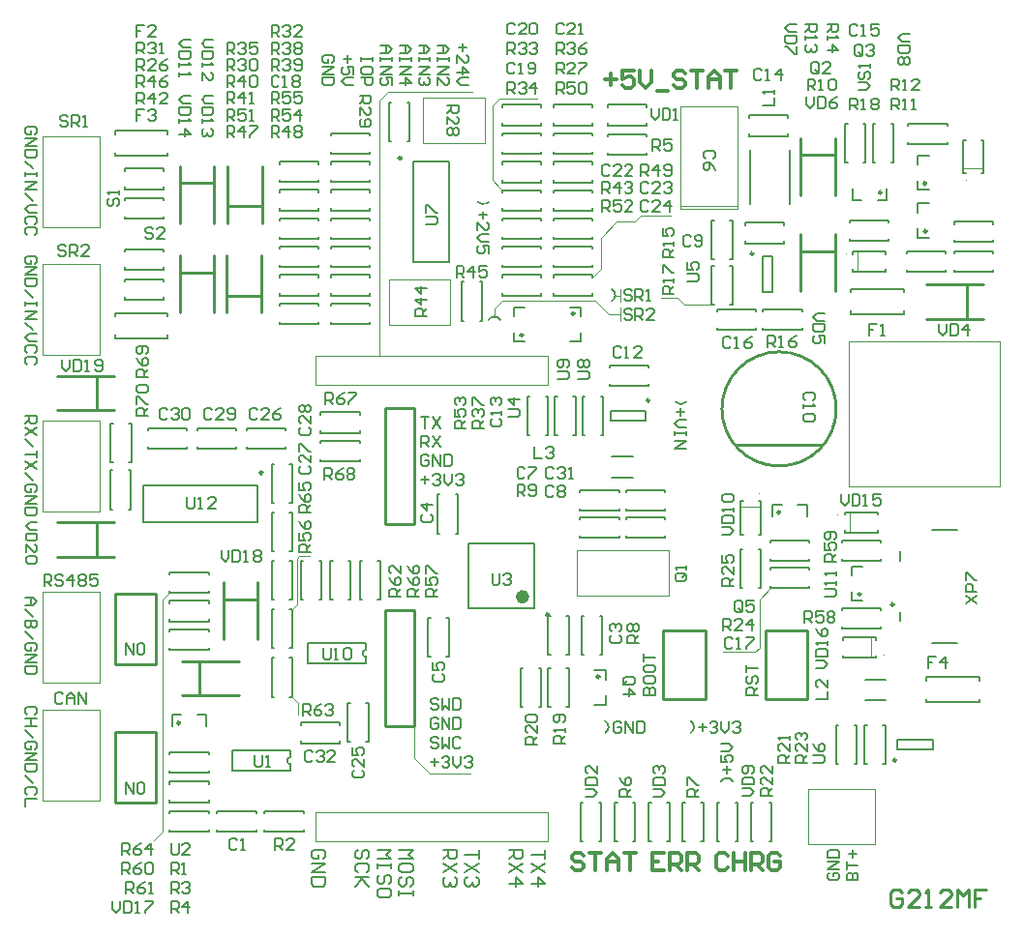
<source format=gto>
G04 Layer_Color=65535*
%FSLAX25Y25*%
%MOIN*%
G70*
G01*
G75*
%ADD44C,0.01181*%
%ADD45C,0.01000*%
%ADD46C,0.02362*%
%ADD48C,0.00787*%
%ADD49C,0.00984*%
%ADD60C,0.00394*%
%ADD61C,0.00591*%
D44*
X209842Y298621D02*
X213778D01*
X211810Y300589D02*
Y296653D01*
X219682Y301573D02*
X215746D01*
Y298621D01*
X217714Y299605D01*
X218698D01*
X219682Y298621D01*
Y296653D01*
X218698Y295669D01*
X216730D01*
X215746Y296653D01*
X221650Y301573D02*
Y297637D01*
X223618Y295669D01*
X225585Y297637D01*
Y301573D01*
X227553Y294685D02*
X231489D01*
X237393Y300589D02*
X236409Y301573D01*
X234441D01*
X233457Y300589D01*
Y299605D01*
X234441Y298621D01*
X236409D01*
X237393Y297637D01*
Y296653D01*
X236409Y295669D01*
X234441D01*
X233457Y296653D01*
X239360Y301573D02*
X243296D01*
X241328D01*
Y295669D01*
X245264D02*
Y299605D01*
X247232Y301573D01*
X249200Y299605D01*
Y295669D01*
Y298621D01*
X245264D01*
X251168Y301573D02*
X255103D01*
X253136D01*
Y295669D01*
X252030Y30983D02*
X251030Y31982D01*
X249031D01*
X248031Y30983D01*
Y26984D01*
X249031Y25984D01*
X251030D01*
X252030Y26984D01*
X254030Y31982D02*
Y25984D01*
Y28983D01*
X258028D01*
Y31982D01*
Y25984D01*
X260028D02*
Y31982D01*
X263027D01*
X264026Y30983D01*
Y28983D01*
X263027Y27984D01*
X260028D01*
X262027D02*
X264026Y25984D01*
X270024Y30983D02*
X269025Y31982D01*
X267025D01*
X266026Y30983D01*
Y26984D01*
X267025Y25984D01*
X269025D01*
X270024Y26984D01*
Y28983D01*
X268025D01*
X202424Y30983D02*
X201424Y31982D01*
X199425D01*
X198425Y30983D01*
Y29983D01*
X199425Y28983D01*
X201424D01*
X202424Y27984D01*
Y26984D01*
X201424Y25984D01*
X199425D01*
X198425Y26984D01*
X204423Y31982D02*
X208422D01*
X206423D01*
Y25984D01*
X210421D02*
Y29983D01*
X212421Y31982D01*
X214420Y29983D01*
Y25984D01*
Y28983D01*
X210421D01*
X216419Y31982D02*
X220418D01*
X218419D01*
Y25984D01*
X229983Y31982D02*
X225984D01*
Y25984D01*
X229983D01*
X225984Y28983D02*
X227984D01*
X231982Y25984D02*
Y31982D01*
X234981D01*
X235981Y30983D01*
Y28983D01*
X234981Y27984D01*
X231982D01*
X233982D02*
X235981Y25984D01*
X237980D02*
Y31982D01*
X240979D01*
X241979Y30983D01*
Y28983D01*
X240979Y27984D01*
X237980D01*
X239980D02*
X241979Y25984D01*
D45*
X289370Y185039D02*
G03*
X289370Y185039I-19685J0D01*
G01*
X143976Y75551D02*
Y115551D01*
X133976D02*
X143976D01*
X133976Y75551D02*
Y115551D01*
Y75551D02*
X143976D01*
X133976Y145394D02*
Y185394D01*
Y145394D02*
X143976D01*
Y185394D01*
X133976D02*
X143976D01*
X63287Y262874D02*
X75098D01*
X63287Y249016D02*
Y268701D01*
X75098Y249016D02*
Y268701D01*
X79823Y254842D02*
X91634D01*
Y249016D02*
Y268701D01*
X79823Y249016D02*
Y268701D01*
X63287Y232165D02*
X75098D01*
X63287Y218307D02*
Y237992D01*
X75098Y218307D02*
Y237992D01*
X79429Y224134D02*
X91240D01*
Y218307D02*
Y237992D01*
X79429Y218307D02*
Y237992D01*
X20866Y134153D02*
X40551D01*
X20866Y145965D02*
X40551D01*
X34724Y134153D02*
Y145965D01*
X20866Y184646D02*
X40551D01*
X20866Y196457D02*
X40551D01*
X34724Y184646D02*
Y196457D01*
X254803Y172638D02*
X284567D01*
X277165Y239449D02*
X288976D01*
X277165Y225591D02*
Y245276D01*
X288976Y225591D02*
Y245276D01*
X277165Y272520D02*
X288976D01*
X277165Y258661D02*
Y278346D01*
X288976Y258661D02*
Y278346D01*
X334331Y216142D02*
Y227953D01*
X320472D02*
X340158D01*
X320472Y216142D02*
X340158D01*
X64173Y98032D02*
X83858D01*
X64173Y86221D02*
X83858D01*
X70000D02*
Y98032D01*
X90158Y105512D02*
Y125197D01*
X78347Y105512D02*
Y125197D01*
Y119370D02*
X90158D01*
X311873Y18384D02*
X310873Y19384D01*
X308874D01*
X307874Y18384D01*
Y14386D01*
X308874Y13386D01*
X310873D01*
X311873Y14386D01*
Y16385D01*
X309873D01*
X317871Y13386D02*
X313872D01*
X317871Y17384D01*
Y18384D01*
X316871Y19384D01*
X314872D01*
X313872Y18384D01*
X319870Y13386D02*
X321869D01*
X320870D01*
Y19384D01*
X319870Y18384D01*
X328867Y13386D02*
X324868D01*
X328867Y17384D01*
Y18384D01*
X327868Y19384D01*
X325868D01*
X324868Y18384D01*
X330867Y13386D02*
Y19384D01*
X332866Y17384D01*
X334865Y19384D01*
Y13386D01*
X340863Y19384D02*
X336865D01*
Y16385D01*
X338864D01*
X336865D01*
Y13386D01*
D46*
X182480Y120276D02*
G03*
X182480Y120276I-1181J0D01*
G01*
D48*
X101476Y65030D02*
G03*
X101476Y62529I0J-1250D01*
G01*
X127461Y102037D02*
G03*
X127461Y99537I0J-1250D01*
G01*
X173618Y215660D02*
G03*
X169492Y215660I-2063J-1191D01*
G01*
X234002Y187445D02*
G03*
X237652Y187445I1825J1531D01*
G01*
X212018Y222149D02*
G03*
X212018Y226276I-1191J2063D01*
G01*
X239183Y73330D02*
G03*
X239183Y77457I-1191J2063D01*
G01*
X253835Y56605D02*
G03*
X249708Y56605I-2063J-1191D01*
G01*
X209754Y73330D02*
G03*
X209754Y77457I-1191J2063D01*
G01*
X165990Y256343D02*
G03*
X169640Y256343I1825J1531D01*
G01*
X197539Y220079D02*
X201476D01*
Y216929D02*
Y220079D01*
X197539Y208268D02*
X201476D01*
Y211417D01*
X178248Y208268D02*
X182185D01*
X178248D02*
Y211417D01*
Y220079D02*
X182185D01*
X178248Y216929D02*
Y220079D01*
X143555Y235827D02*
Y270472D01*
X156154Y235827D02*
Y270472D01*
X143555D02*
X156154D01*
X143555Y235827D02*
X156154D01*
X306693Y257087D02*
Y261024D01*
X303543Y257087D02*
X306693D01*
X294882D02*
Y261024D01*
Y257087D02*
X298031D01*
X306496Y232283D02*
Y233169D01*
X295079Y232283D02*
Y233169D01*
X306496Y238484D02*
Y239370D01*
X295079Y238484D02*
Y239370D01*
Y232283D02*
X306496D01*
X295079Y239370D02*
X306496D01*
X339272Y277756D02*
X340158D01*
X339272Y266339D02*
X340158D01*
X333071Y277756D02*
X333957D01*
X333071Y266339D02*
X333957D01*
X340158D02*
Y277756D01*
X333071Y266339D02*
Y277756D01*
X317323Y260630D02*
X321260D01*
X317323D02*
Y263779D01*
Y272441D02*
X321260D01*
X317323Y269291D02*
Y272441D01*
Y244094D02*
X321260D01*
X317323D02*
Y247244D01*
Y255906D02*
X321260D01*
X317323Y252756D02*
Y255906D01*
X267520Y225394D02*
Y237598D01*
X263976Y225394D02*
Y237598D01*
Y225394D02*
X267520D01*
X263976Y237598D02*
X267520D01*
X273228Y255512D02*
Y274410D01*
X259842Y255512D02*
Y274410D01*
X212106Y161417D02*
X219193D01*
X212106Y168504D02*
X219193D01*
X223819Y180905D02*
Y184449D01*
X211614Y180905D02*
Y184449D01*
X223819D01*
X211614Y180905D02*
X223819D01*
X310335Y67520D02*
Y71063D01*
X322539Y67520D02*
Y71063D01*
X310335Y67520D02*
X322539D01*
X310335Y71063D02*
X322539D01*
X299311Y91732D02*
X306398D01*
X299311Y84646D02*
X306398D01*
X206004Y94882D02*
X209941D01*
Y91732D02*
Y94882D01*
X206004Y83071D02*
X209941D01*
Y86221D01*
X256398Y141831D02*
X257283D01*
X256398Y153248D02*
X257283D01*
X262598Y141831D02*
X263484D01*
X262598Y153248D02*
X263484D01*
X256398Y141831D02*
Y153248D01*
X263484Y141831D02*
Y153248D01*
X267421Y148031D02*
Y151969D01*
X270571D01*
X279232Y148031D02*
Y151969D01*
X276083D02*
X279232D01*
X322342Y143406D02*
X331004D01*
X322342Y104429D02*
X331004D01*
X311319Y132776D02*
Y135925D01*
Y111910D02*
Y115059D01*
X291732Y105413D02*
Y106299D01*
X303150Y105413D02*
Y106299D01*
X291732Y99213D02*
Y100098D01*
X303150Y99213D02*
Y100098D01*
X291732Y106299D02*
X303150D01*
X291732Y99213D02*
X303150D01*
X294587Y118996D02*
X298524D01*
X294587D02*
Y122146D01*
Y130807D02*
X298524D01*
X294587Y127657D02*
Y130807D01*
X303740Y142323D02*
Y143209D01*
X292323Y142323D02*
Y143209D01*
X303740Y148524D02*
Y149409D01*
X292323Y148524D02*
Y149409D01*
Y142323D02*
X303740D01*
X292323Y149409D02*
X303740D01*
X60630Y75590D02*
Y79527D01*
X63779D01*
X72441Y75590D02*
Y79527D01*
X69291D02*
X72441D01*
X81476Y67185D02*
X101476D01*
X81476Y60374D02*
Y67185D01*
Y60374D02*
X101476D01*
Y62529D01*
Y65030D02*
Y67185D01*
X127461Y102037D02*
Y104193D01*
Y97382D02*
Y99537D01*
X107461Y97382D02*
X127461D01*
X107461D02*
Y104193D01*
X127461D01*
X50787Y146063D02*
Y158661D01*
X90158Y146063D02*
Y158661D01*
X50787Y146063D02*
X90158D01*
X50787Y158661D02*
X90158D01*
X185236Y116339D02*
Y138779D01*
X162795Y116339D02*
Y138779D01*
Y116339D02*
X185236D01*
X162795Y138779D02*
X185236D01*
X188920Y33071D02*
Y29922D01*
Y31497D01*
X184197D01*
X188920Y28348D02*
X184197Y25199D01*
X188920D02*
X184197Y28348D01*
Y21264D02*
X188920D01*
X186559Y23625D01*
Y20477D01*
X176640Y33071D02*
X181363D01*
Y30709D01*
X180576Y29922D01*
X179001D01*
X178214Y30709D01*
Y33071D01*
Y31497D02*
X176640Y29922D01*
X181363Y28348D02*
X176640Y25199D01*
X181363D02*
X176640Y28348D01*
Y21264D02*
X181363D01*
X179001Y23625D01*
Y20477D01*
X166248Y33071D02*
Y29922D01*
Y31497D01*
X161525D01*
X166248Y28348D02*
X161525Y25199D01*
X166248D02*
X161525Y28348D01*
X165461Y23625D02*
X166248Y22838D01*
Y21264D01*
X165461Y20477D01*
X164674D01*
X163887Y21264D01*
Y22051D01*
Y21264D01*
X163100Y20477D01*
X162313D01*
X161525Y21264D01*
Y22838D01*
X162313Y23625D01*
X153968Y33071D02*
X158691D01*
Y30709D01*
X157904Y29922D01*
X156330D01*
X155543Y30709D01*
Y33071D01*
Y31497D02*
X153968Y29922D01*
X158691Y28348D02*
X153968Y25199D01*
X158691D02*
X153968Y28348D01*
X157904Y23625D02*
X158691Y22838D01*
Y21264D01*
X157904Y20477D01*
X157117D01*
X156330Y21264D01*
Y22051D01*
Y21264D01*
X155543Y20477D01*
X154755D01*
X153968Y21264D01*
Y22838D01*
X154755Y23625D01*
X138854Y33071D02*
X143577D01*
X142002Y31497D01*
X143577Y29922D01*
X138854D01*
X143577Y25986D02*
Y27561D01*
X142790Y28348D01*
X139641D01*
X138854Y27561D01*
Y25986D01*
X139641Y25199D01*
X142790D01*
X143577Y25986D01*
X142790Y20477D02*
X143577Y21264D01*
Y22838D01*
X142790Y23625D01*
X142002D01*
X141215Y22838D01*
Y21264D01*
X140428Y20477D01*
X139641D01*
X138854Y21264D01*
Y22838D01*
X139641Y23625D01*
X143577Y18902D02*
Y17328D01*
Y18115D01*
X138854D01*
Y18902D01*
Y17328D01*
X131297Y33071D02*
X136020D01*
X134445Y31497D01*
X136020Y29922D01*
X131297D01*
X136020Y28348D02*
Y26774D01*
Y27561D01*
X131297D01*
Y28348D01*
Y26774D01*
X135232Y21264D02*
X136020Y22051D01*
Y23625D01*
X135232Y24412D01*
X134445D01*
X133658Y23625D01*
Y22051D01*
X132871Y21264D01*
X132084D01*
X131297Y22051D01*
Y23625D01*
X132084Y24412D01*
X136020Y17328D02*
Y18902D01*
X135232Y19689D01*
X132084D01*
X131297Y18902D01*
Y17328D01*
X132084Y16541D01*
X135232D01*
X136020Y17328D01*
X127675Y29922D02*
X128462Y30709D01*
Y32284D01*
X127675Y33071D01*
X126888D01*
X126101Y32284D01*
Y30709D01*
X125314Y29922D01*
X124527D01*
X123739Y30709D01*
Y32284D01*
X124527Y33071D01*
X127675Y25199D02*
X128462Y25986D01*
Y27561D01*
X127675Y28348D01*
X124527D01*
X123739Y27561D01*
Y25986D01*
X124527Y25199D01*
X128462Y23625D02*
X123739D01*
X125314D01*
X128462Y20477D01*
X126101Y22838D01*
X123739Y20477D01*
X112561Y29922D02*
X113348Y30709D01*
Y32284D01*
X112561Y33071D01*
X109412D01*
X108625Y32284D01*
Y30709D01*
X109412Y29922D01*
X110986D01*
Y31497D01*
X108625Y28348D02*
X113348D01*
X108625Y25199D01*
X113348D01*
Y23625D02*
X108625D01*
Y21264D01*
X109412Y20477D01*
X112561D01*
X113348Y21264D01*
Y23625D01*
X10156Y120009D02*
X12780D01*
X14092Y118697D01*
X12780Y117385D01*
X10156D01*
X12124D01*
Y120009D01*
X10156Y116073D02*
X12780Y113449D01*
X14092Y112137D02*
X10156D01*
Y110169D01*
X10812Y109514D01*
X11468D01*
X12124Y110169D01*
Y112137D01*
Y110169D01*
X12780Y109514D01*
X13436D01*
X14092Y110169D01*
Y112137D01*
X10156Y108202D02*
X12780Y105578D01*
X13436Y101642D02*
X14092Y102298D01*
Y103610D01*
X13436Y104266D01*
X10812D01*
X10156Y103610D01*
Y102298D01*
X10812Y101642D01*
X12124D01*
Y102954D01*
X10156Y100330D02*
X14092D01*
X10156Y97706D01*
X14092D01*
Y96394D02*
X10156D01*
Y94427D01*
X10812Y93771D01*
X13436D01*
X14092Y94427D01*
Y96394D01*
X13436Y279654D02*
X14092Y280310D01*
Y281622D01*
X13436Y282277D01*
X10812D01*
X10156Y281622D01*
Y280310D01*
X10812Y279654D01*
X12124D01*
Y280965D01*
X10156Y278342D02*
X14092D01*
X10156Y275718D01*
X14092D01*
Y274406D02*
X10156D01*
Y272438D01*
X10812Y271782D01*
X13436D01*
X14092Y272438D01*
Y274406D01*
X10156Y270470D02*
X12780Y267846D01*
X14092Y266534D02*
Y265223D01*
Y265879D01*
X10156D01*
Y266534D01*
Y265223D01*
Y263255D02*
X14092D01*
X10156Y260631D01*
X14092D01*
X10156Y259319D02*
X12780Y256695D01*
X14092Y255383D02*
X11468D01*
X10156Y254071D01*
X11468Y252759D01*
X14092D01*
X13436Y248824D02*
X14092Y249480D01*
Y250792D01*
X13436Y251448D01*
X10812D01*
X10156Y250792D01*
Y249480D01*
X10812Y248824D01*
X13436Y244888D02*
X14092Y245544D01*
Y246856D01*
X13436Y247512D01*
X10812D01*
X10156Y246856D01*
Y245544D01*
X10812Y244888D01*
X152230Y84535D02*
X151574Y85191D01*
X150262D01*
X149606Y84535D01*
Y83879D01*
X150262Y83223D01*
X151574D01*
X152230Y82567D01*
Y81911D01*
X151574Y81255D01*
X150262D01*
X149606Y81911D01*
X153542Y85191D02*
Y81255D01*
X154854Y82567D01*
X156166Y81255D01*
Y85191D01*
X157478D02*
Y81255D01*
X159446D01*
X160102Y81911D01*
Y84535D01*
X159446Y85191D01*
X157478D01*
X152230Y77922D02*
X151574Y78578D01*
X150262D01*
X149606Y77922D01*
Y75299D01*
X150262Y74643D01*
X151574D01*
X152230Y75299D01*
Y76610D01*
X150918D01*
X153542Y74643D02*
Y78578D01*
X156166Y74643D01*
Y78578D01*
X157478D02*
Y74643D01*
X159446D01*
X160102Y75299D01*
Y77922D01*
X159446Y78578D01*
X157478D01*
X152230Y71310D02*
X151574Y71966D01*
X150262D01*
X149606Y71310D01*
Y70654D01*
X150262Y69998D01*
X151574D01*
X152230Y69342D01*
Y68686D01*
X151574Y68030D01*
X150262D01*
X149606Y68686D01*
X153542Y71966D02*
Y68030D01*
X154854Y69342D01*
X156166Y68030D01*
Y71966D01*
X160102Y71310D02*
X159446Y71966D01*
X158134D01*
X157478Y71310D01*
Y68686D01*
X158134Y68030D01*
X159446D01*
X160102Y68686D01*
X149606Y63385D02*
X152230D01*
X150918Y64697D02*
Y62073D01*
X153542Y64697D02*
X154198Y65353D01*
X155510D01*
X156166Y64697D01*
Y64041D01*
X155510Y63385D01*
X154854D01*
X155510D01*
X156166Y62729D01*
Y62073D01*
X155510Y61417D01*
X154198D01*
X153542Y62073D01*
X157478Y65353D02*
Y62729D01*
X158790Y61417D01*
X160102Y62729D01*
Y65353D01*
X161414Y64697D02*
X162069Y65353D01*
X163381D01*
X164037Y64697D01*
Y64041D01*
X163381Y63385D01*
X162725D01*
X163381D01*
X164037Y62729D01*
Y62073D01*
X163381Y61417D01*
X162069D01*
X161414Y62073D01*
X146457Y182435D02*
X149081D01*
X147769D01*
Y178499D01*
X150392Y182435D02*
X153016Y178499D01*
Y182435D02*
X150392Y178499D01*
X146457Y171887D02*
Y175822D01*
X148425D01*
X149081Y175166D01*
Y173855D01*
X148425Y173199D01*
X146457D01*
X147769D02*
X149081Y171887D01*
X150392Y175822D02*
X153016Y171887D01*
Y175822D02*
X150392Y171887D01*
X149081Y168554D02*
X148425Y169210D01*
X147113D01*
X146457Y168554D01*
Y165930D01*
X147113Y165274D01*
X148425D01*
X149081Y165930D01*
Y167242D01*
X147769D01*
X150392Y165274D02*
Y169210D01*
X153016Y165274D01*
Y169210D01*
X154328D02*
Y165274D01*
X156296D01*
X156952Y165930D01*
Y168554D01*
X156296Y169210D01*
X154328D01*
X146457Y160629D02*
X149081D01*
X147769Y161941D02*
Y159317D01*
X150392Y161941D02*
X151048Y162597D01*
X152360D01*
X153016Y161941D01*
Y161285D01*
X152360Y160629D01*
X151704D01*
X152360D01*
X153016Y159973D01*
Y159317D01*
X152360Y158661D01*
X151048D01*
X150392Y159317D01*
X154328Y162597D02*
Y159973D01*
X155640Y158661D01*
X156952Y159973D01*
Y162597D01*
X158264Y161941D02*
X158920Y162597D01*
X160232D01*
X160888Y161941D01*
Y161285D01*
X160232Y160629D01*
X159576D01*
X160232D01*
X160888Y159973D01*
Y159317D01*
X160232Y158661D01*
X158920D01*
X158264Y159317D01*
X13436Y235165D02*
X14092Y235821D01*
Y237133D01*
X13436Y237789D01*
X10812D01*
X10156Y237133D01*
Y235821D01*
X10812Y235165D01*
X12124D01*
Y236477D01*
X10156Y233854D02*
X14092D01*
X10156Y231230D01*
X14092D01*
Y229918D02*
X10156D01*
Y227950D01*
X10812Y227294D01*
X13436D01*
X14092Y227950D01*
Y229918D01*
X10156Y225982D02*
X12780Y223358D01*
X14092Y222046D02*
Y220734D01*
Y221390D01*
X10156D01*
Y222046D01*
Y220734D01*
Y218766D02*
X14092D01*
X10156Y216143D01*
X14092D01*
X10156Y214831D02*
X12780Y212207D01*
X14092Y210895D02*
X11468D01*
X10156Y209583D01*
X11468Y208271D01*
X14092D01*
X13436Y204335D02*
X14092Y204991D01*
Y206303D01*
X13436Y206959D01*
X10812D01*
X10156Y206303D01*
Y204991D01*
X10812Y204335D01*
X13436Y200400D02*
X14092Y201056D01*
Y202368D01*
X13436Y203024D01*
X10812D01*
X10156Y202368D01*
Y201056D01*
X10812Y200400D01*
X286958Y25163D02*
X286302Y24507D01*
Y23195D01*
X286958Y22539D01*
X289582D01*
X290238Y23195D01*
Y24507D01*
X289582Y25163D01*
X288270D01*
Y23851D01*
X290238Y26475D02*
X286302D01*
X290238Y29099D01*
X286302D01*
Y30411D02*
X290238D01*
Y32379D01*
X289582Y33035D01*
X286958D01*
X286302Y32379D01*
Y30411D01*
X292915Y22539D02*
X296850D01*
Y24507D01*
X296194Y25163D01*
X295538D01*
X294882Y24507D01*
Y22539D01*
Y24507D01*
X294227Y25163D01*
X293571D01*
X292915Y24507D01*
Y22539D01*
Y26475D02*
Y29099D01*
Y27787D01*
X296850D01*
X294882Y30411D02*
Y33035D01*
X293571Y31723D02*
X296194D01*
X10156Y182606D02*
X14092D01*
Y180638D01*
X13436Y179982D01*
X12124D01*
X11468Y180638D01*
Y182606D01*
Y181294D02*
X10156Y179982D01*
X14092Y178670D02*
X10156Y176047D01*
X14092D02*
X10156Y178670D01*
Y174735D02*
X12780Y172111D01*
X14092Y170799D02*
Y168175D01*
Y169487D01*
X10156D01*
X14092Y166863D02*
X10156Y164239D01*
X14092D02*
X10156Y166863D01*
Y162927D02*
X12780Y160303D01*
X13436Y156368D02*
X14092Y157024D01*
Y158336D01*
X13436Y158992D01*
X10812D01*
X10156Y158336D01*
Y157024D01*
X10812Y156368D01*
X12124D01*
Y157680D01*
X10156Y155056D02*
X14092D01*
X10156Y152432D01*
X14092D01*
Y151120D02*
X10156D01*
Y149152D01*
X10812Y148496D01*
X13436D01*
X14092Y149152D01*
Y151120D01*
X160743Y310995D02*
Y308371D01*
X162055Y309683D02*
X159431D01*
X158775Y304435D02*
Y307059D01*
X161399Y304435D01*
X162055D01*
X162711Y305091D01*
Y306403D01*
X162055Y307059D01*
X158775Y301156D02*
X162711D01*
X160743Y303123D01*
Y300500D01*
X162711Y299188D02*
X160087D01*
X158775Y297876D01*
X160087Y296564D01*
X162711D01*
X152162Y310339D02*
X154786D01*
X156098Y309027D01*
X154786Y307715D01*
X152162D01*
X154130D01*
Y310339D01*
X156098Y306403D02*
Y305091D01*
Y305747D01*
X152162D01*
Y306403D01*
Y305091D01*
Y303123D02*
X156098D01*
X152162Y300500D01*
X156098D01*
X152162Y296564D02*
Y299188D01*
X154786Y296564D01*
X155442D01*
X156098Y297220D01*
Y298532D01*
X155442Y299188D01*
X145549Y310339D02*
X148173D01*
X149485Y309027D01*
X148173Y307715D01*
X145549D01*
X147517D01*
Y310339D01*
X149485Y306403D02*
Y305091D01*
Y305747D01*
X145549D01*
Y306403D01*
Y305091D01*
Y303123D02*
X149485D01*
X145549Y300500D01*
X149485D01*
X148829Y299188D02*
X149485Y298532D01*
Y297220D01*
X148829Y296564D01*
X148173D01*
X147517Y297220D01*
Y297876D01*
Y297220D01*
X146861Y296564D01*
X146205D01*
X145549Y297220D01*
Y298532D01*
X146205Y299188D01*
X138937Y310339D02*
X141561D01*
X142873Y309027D01*
X141561Y307715D01*
X138937D01*
X140905D01*
Y310339D01*
X142873Y306403D02*
Y305091D01*
Y305747D01*
X138937D01*
Y306403D01*
Y305091D01*
Y303123D02*
X142873D01*
X138937Y300500D01*
X142873D01*
X138937Y297220D02*
X142873D01*
X140905Y299188D01*
Y296564D01*
X132324Y310339D02*
X134948D01*
X136260Y309027D01*
X134948Y307715D01*
X132324D01*
X134292D01*
Y310339D01*
X136260Y306403D02*
Y305091D01*
Y305747D01*
X132324D01*
Y306403D01*
Y305091D01*
Y303123D02*
X136260D01*
X132324Y300500D01*
X136260D01*
Y296564D02*
Y299188D01*
X134292D01*
X134948Y297876D01*
Y297220D01*
X134292Y296564D01*
X132980D01*
X132324Y297220D01*
Y298532D01*
X132980Y299188D01*
X129647Y306403D02*
Y305091D01*
Y305747D01*
X125712D01*
Y306403D01*
Y305091D01*
X129647Y301156D02*
Y302467D01*
X128991Y303123D01*
X126367D01*
X125712Y302467D01*
Y301156D01*
X126367Y300500D01*
X128991D01*
X129647Y301156D01*
X125712Y299188D02*
X129647D01*
Y297220D01*
X128991Y296564D01*
X127679D01*
X127023Y297220D01*
Y299188D01*
X121067Y307059D02*
Y304435D01*
X122379Y305747D02*
X119755D01*
X123035Y300500D02*
Y303123D01*
X121067D01*
X121723Y301812D01*
Y301156D01*
X121067Y300500D01*
X119755D01*
X119099Y301156D01*
Y302467D01*
X119755Y303123D01*
X123035Y299188D02*
X120411D01*
X119099Y297876D01*
X120411Y296564D01*
X123035D01*
X115766Y304435D02*
X116422Y305091D01*
Y306403D01*
X115766Y307059D01*
X113142D01*
X112486Y306403D01*
Y305091D01*
X113142Y304435D01*
X114454D01*
Y305747D01*
X112486Y303123D02*
X116422D01*
X112486Y300500D01*
X116422D01*
Y299188D02*
X112486D01*
Y297220D01*
X113142Y296564D01*
X115766D01*
X116422Y297220D01*
Y299188D01*
X13436Y79589D02*
X14092Y80244D01*
Y81556D01*
X13436Y82212D01*
X10812D01*
X10156Y81556D01*
Y80244D01*
X10812Y79589D01*
X14092Y78277D02*
X10156D01*
X12124D01*
Y75653D01*
X14092D01*
X10156D01*
Y74341D02*
X12780Y71717D01*
X13436Y67781D02*
X14092Y68437D01*
Y69749D01*
X13436Y70405D01*
X10812D01*
X10156Y69749D01*
Y68437D01*
X10812Y67781D01*
X12124D01*
Y69093D01*
X10156Y66469D02*
X14092D01*
X10156Y63846D01*
X14092D01*
Y62534D02*
X10156D01*
Y60566D01*
X10812Y59910D01*
X13436D01*
X14092Y60566D01*
Y62534D01*
X10156Y58598D02*
X12780Y55974D01*
X13436Y52038D02*
X14092Y52694D01*
Y54006D01*
X13436Y54662D01*
X10812D01*
X10156Y54006D01*
Y52694D01*
X10812Y52038D01*
X14092Y50726D02*
X10156D01*
Y48103D01*
X246981Y271392D02*
X247637Y272048D01*
Y273360D01*
X246981Y274016D01*
X244357D01*
X243701Y273360D01*
Y272048D01*
X244357Y271392D01*
X247637Y267456D02*
X246981Y268768D01*
X245669Y270080D01*
X244357D01*
X243701Y269424D01*
Y268112D01*
X244357Y267456D01*
X245013D01*
X245669Y268112D01*
Y270080D01*
X333859Y118110D02*
X337795Y120734D01*
X333859D02*
X337795Y118110D01*
Y122046D02*
X333859D01*
Y124014D01*
X334516Y124670D01*
X335827D01*
X336483Y124014D01*
Y122046D01*
X333859Y125982D02*
Y128605D01*
X334516D01*
X337139Y125982D01*
X337795D01*
X297046Y294882D02*
X299670D01*
X300982Y296194D01*
X299670Y297506D01*
X297046D01*
X297702Y301441D02*
X297046Y300785D01*
Y299474D01*
X297702Y298818D01*
X298358D01*
X299014Y299474D01*
Y300785D01*
X299670Y301441D01*
X300326D01*
X300982Y300785D01*
Y299474D01*
X300326Y298818D01*
X300982Y302753D02*
Y304065D01*
Y303409D01*
X297046D01*
X297702Y302753D01*
X282285Y95669D02*
X284909D01*
X286221Y96981D01*
X284909Y98293D01*
X282285D01*
Y99605D02*
X286221D01*
Y101573D01*
X285564Y102229D01*
X282941D01*
X282285Y101573D01*
Y99605D01*
X286221Y103541D02*
Y104853D01*
Y104197D01*
X282285D01*
X282941Y103541D01*
X282285Y109444D02*
X282941Y108133D01*
X284253Y106821D01*
X285564D01*
X286221Y107476D01*
Y108788D01*
X285564Y109444D01*
X284909D01*
X284253Y108788D01*
Y106821D01*
X290945Y155510D02*
Y152887D01*
X292257Y151575D01*
X293569Y152887D01*
Y155510D01*
X294881D02*
Y151575D01*
X296849D01*
X297504Y152231D01*
Y154855D01*
X296849Y155510D01*
X294881D01*
X298816Y151575D02*
X300128D01*
X299472D01*
Y155510D01*
X298816Y154855D01*
X304720Y155510D02*
X302096D01*
Y153543D01*
X303408Y154199D01*
X304064D01*
X304720Y153543D01*
Y152231D01*
X304064Y151575D01*
X302752D01*
X302096Y152231D01*
X66928Y292913D02*
X64304D01*
X62992Y291601D01*
X64304Y290290D01*
X66928D01*
Y288978D02*
X62992D01*
Y287010D01*
X63648Y286354D01*
X66272D01*
X66928Y287010D01*
Y288978D01*
X62992Y285042D02*
Y283730D01*
Y284386D01*
X66928D01*
X66272Y285042D01*
X62992Y279794D02*
X66928D01*
X64960Y281762D01*
Y279138D01*
X74802Y292913D02*
X72178D01*
X70866Y291601D01*
X72178Y290290D01*
X74802D01*
Y288978D02*
X70866D01*
Y287010D01*
X71522Y286354D01*
X74146D01*
X74802Y287010D01*
Y288978D01*
X70866Y285042D02*
Y283730D01*
Y284386D01*
X74802D01*
X74146Y285042D01*
Y281762D02*
X74802Y281106D01*
Y279794D01*
X74146Y279138D01*
X73490D01*
X72834Y279794D01*
Y280450D01*
Y279794D01*
X72178Y279138D01*
X71522D01*
X70866Y279794D01*
Y281106D01*
X71522Y281762D01*
X74802Y312205D02*
X72178D01*
X70866Y310893D01*
X72178Y309581D01*
X74802D01*
Y308269D02*
X70866D01*
Y306301D01*
X71522Y305645D01*
X74146D01*
X74802Y306301D01*
Y308269D01*
X70866Y304333D02*
Y303021D01*
Y303677D01*
X74802D01*
X74146Y304333D01*
X70866Y298430D02*
Y301054D01*
X73490Y298430D01*
X74146D01*
X74802Y299086D01*
Y300397D01*
X74146Y301054D01*
X66928Y312205D02*
X64304D01*
X62992Y310893D01*
X64304Y309581D01*
X66928D01*
Y308269D02*
X62992D01*
Y306301D01*
X63648Y305645D01*
X66272D01*
X66928Y306301D01*
Y308269D01*
X62992Y304333D02*
Y303021D01*
Y303677D01*
X66928D01*
X66272Y304333D01*
X62992Y301054D02*
Y299742D01*
Y300397D01*
X66928D01*
X66272Y301054D01*
X250001Y141732D02*
X252625D01*
X253937Y143044D01*
X252625Y144356D01*
X250001D01*
Y145668D02*
X253937D01*
Y147636D01*
X253281Y148292D01*
X250657D01*
X250001Y147636D01*
Y145668D01*
X253937Y149604D02*
Y150916D01*
Y150260D01*
X250001D01*
X250657Y149604D01*
Y152884D02*
X250001Y153540D01*
Y154851D01*
X250657Y155507D01*
X253281D01*
X253937Y154851D01*
Y153540D01*
X253281Y152884D01*
X250657D01*
X257088Y51575D02*
X259712D01*
X261024Y52887D01*
X259712Y54199D01*
X257088D01*
Y55510D02*
X261024D01*
Y57478D01*
X260368Y58134D01*
X257744D01*
X257088Y57478D01*
Y55510D01*
X260368Y59446D02*
X261024Y60102D01*
Y61414D01*
X260368Y62070D01*
X257744D01*
X257088Y61414D01*
Y60102D01*
X257744Y59446D01*
X258400D01*
X259056Y60102D01*
Y62070D01*
X314566Y314173D02*
X311942D01*
X310630Y312861D01*
X311942Y311549D01*
X314566D01*
Y310238D02*
X310630D01*
Y308270D01*
X311286Y307614D01*
X313910D01*
X314566Y308270D01*
Y310238D01*
X313910Y306302D02*
X314566Y305646D01*
Y304334D01*
X313910Y303678D01*
X313254D01*
X312598Y304334D01*
X311942Y303678D01*
X311286D01*
X310630Y304334D01*
Y305646D01*
X311286Y306302D01*
X311942D01*
X312598Y305646D01*
X313254Y306302D01*
X313910D01*
X312598Y305646D02*
Y304334D01*
X275589Y317717D02*
X272966D01*
X271654Y316405D01*
X272966Y315093D01*
X275589D01*
Y313781D02*
X271654D01*
Y311813D01*
X272309Y311157D01*
X274933D01*
X275589Y311813D01*
Y313781D01*
Y309845D02*
Y307221D01*
X274933D01*
X272309Y309845D01*
X271654D01*
X279134Y292518D02*
Y289895D01*
X280446Y288583D01*
X281758Y289895D01*
Y292518D01*
X283070D02*
Y288583D01*
X285037D01*
X285693Y289239D01*
Y291863D01*
X285037Y292518D01*
X283070D01*
X289629D02*
X288317Y291863D01*
X287005Y290551D01*
Y289239D01*
X287661Y288583D01*
X288973D01*
X289629Y289239D01*
Y289895D01*
X288973Y290551D01*
X287005D01*
X285432Y218110D02*
X282808D01*
X281496Y216798D01*
X282808Y215486D01*
X285432D01*
Y214175D02*
X281496D01*
Y212207D01*
X282152Y211551D01*
X284776D01*
X285432Y212207D01*
Y214175D01*
Y207615D02*
Y210239D01*
X283464D01*
X284120Y208927D01*
Y208271D01*
X283464Y207615D01*
X282152D01*
X281496Y208271D01*
Y209583D01*
X282152Y210239D01*
X324803Y214172D02*
Y211548D01*
X326115Y210236D01*
X327427Y211548D01*
Y214172D01*
X328739D02*
Y210236D01*
X330707D01*
X331363Y210892D01*
Y213516D01*
X330707Y214172D01*
X328739D01*
X334643Y210236D02*
Y214172D01*
X332675Y212204D01*
X335298D01*
X226458Y51476D02*
X229082D01*
X230394Y52788D01*
X229082Y54100D01*
X226458D01*
Y55412D02*
X230394D01*
Y57380D01*
X229738Y58036D01*
X227114D01*
X226458Y57380D01*
Y55412D01*
X227114Y59348D02*
X226458Y60004D01*
Y61316D01*
X227114Y61972D01*
X227770D01*
X228426Y61316D01*
Y60660D01*
Y61316D01*
X229082Y61972D01*
X229738D01*
X230394Y61316D01*
Y60004D01*
X229738Y59348D01*
X203052Y51476D02*
X205676D01*
X206988Y52788D01*
X205676Y54100D01*
X203052D01*
Y55412D02*
X206988D01*
Y57380D01*
X206332Y58036D01*
X203708D01*
X203052Y57380D01*
Y55412D01*
X206988Y61972D02*
Y59348D01*
X204364Y61972D01*
X203708D01*
X203052Y61316D01*
Y60004D01*
X203708Y59348D01*
X225590Y288581D02*
Y285958D01*
X226903Y284646D01*
X228214Y285958D01*
Y288581D01*
X229526D02*
Y284646D01*
X231494D01*
X232150Y285302D01*
Y287926D01*
X231494Y288581D01*
X229526D01*
X233462Y284646D02*
X234774D01*
X234118D01*
Y288581D01*
X233462Y287926D01*
X285434Y120472D02*
X288714D01*
X289370Y121128D01*
Y122440D01*
X288714Y123096D01*
X285434D01*
X289370Y124408D02*
Y125720D01*
Y125064D01*
X285434D01*
X286090Y124408D01*
X289370Y127688D02*
Y129000D01*
Y128344D01*
X285434D01*
X286090Y127688D01*
X193407Y195472D02*
X196687D01*
X197343Y196128D01*
Y197440D01*
X196687Y198096D01*
X193407D01*
X196687Y199408D02*
X197343Y200064D01*
Y201376D01*
X196687Y202032D01*
X194063D01*
X193407Y201376D01*
Y200064D01*
X194063Y199408D01*
X194719D01*
X195375Y200064D01*
Y202032D01*
X200296Y195473D02*
X203576D01*
X204232Y196128D01*
Y197440D01*
X203576Y198096D01*
X200296D01*
X200953Y199408D02*
X200296Y200064D01*
Y201376D01*
X200953Y202032D01*
X201608D01*
X202264Y201376D01*
X202920Y202032D01*
X203576D01*
X204232Y201376D01*
Y200064D01*
X203576Y199408D01*
X202920D01*
X202264Y200064D01*
X201608Y199408D01*
X200953D01*
X202264Y200064D02*
Y201376D01*
X148033Y248819D02*
X151312D01*
X151969Y249475D01*
Y250787D01*
X151312Y251443D01*
X148033D01*
Y252755D02*
Y255379D01*
X148689D01*
X151312Y252755D01*
X151969D01*
X281497Y62992D02*
X284777D01*
X285433Y63648D01*
Y64960D01*
X284777Y65616D01*
X281497D01*
Y69552D02*
X282153Y68240D01*
X283465Y66928D01*
X284777D01*
X285433Y67584D01*
Y68896D01*
X284777Y69552D01*
X284121D01*
X283465Y68896D01*
Y66928D01*
X238190Y229134D02*
X241470D01*
X242126Y229790D01*
Y231102D01*
X241470Y231758D01*
X238190D01*
Y235693D02*
Y233070D01*
X240158D01*
X239502Y234382D01*
Y235037D01*
X240158Y235693D01*
X241470D01*
X242126Y235037D01*
Y233726D01*
X241470Y233070D01*
X176379Y182282D02*
X179659D01*
X180315Y182938D01*
Y184250D01*
X179659Y184906D01*
X176379D01*
X180315Y188186D02*
X176379D01*
X178347Y186218D01*
Y188842D01*
X170866Y128345D02*
Y125065D01*
X171522Y124409D01*
X172834D01*
X173490Y125065D01*
Y128345D01*
X174802Y127689D02*
X175458Y128345D01*
X176770D01*
X177426Y127689D01*
Y127033D01*
X176770Y126377D01*
X176114D01*
X176770D01*
X177426Y125721D01*
Y125065D01*
X176770Y124409D01*
X175458D01*
X174802Y125065D01*
X60236Y35432D02*
Y32152D01*
X60892Y31496D01*
X62204D01*
X62860Y32152D01*
Y35432D01*
X66796Y31496D02*
X64172D01*
X66796Y34120D01*
Y34776D01*
X66140Y35432D01*
X64828D01*
X64172Y34776D01*
X88976Y65747D02*
Y62467D01*
X89632Y61811D01*
X90944D01*
X91600Y62467D01*
Y65747D01*
X92912Y61811D02*
X94224D01*
X93568D01*
Y65747D01*
X92912Y65091D01*
X289370Y132283D02*
X285434D01*
Y134251D01*
X286090Y134907D01*
X287402D01*
X288058Y134251D01*
Y132283D01*
Y133595D02*
X289370Y134907D01*
X285434Y138843D02*
Y136219D01*
X287402D01*
X286746Y137531D01*
Y138187D01*
X287402Y138843D01*
X288714D01*
X289370Y138187D01*
Y136875D01*
X288714Y136219D01*
Y140155D02*
X289370Y140811D01*
Y142123D01*
X288714Y142779D01*
X286090D01*
X285434Y142123D01*
Y140811D01*
X286090Y140155D01*
X286746D01*
X287402Y140811D01*
Y142779D01*
X278346Y111417D02*
Y115353D01*
X280314D01*
X280970Y114697D01*
Y113385D01*
X280314Y112729D01*
X278346D01*
X279658D02*
X280970Y111417D01*
X284906Y115353D02*
X282282D01*
Y113385D01*
X283594Y114041D01*
X284250D01*
X284906Y113385D01*
Y112073D01*
X284250Y111417D01*
X282938D01*
X282282Y112073D01*
X286218Y114697D02*
X286874Y115353D01*
X288186D01*
X288842Y114697D01*
Y114041D01*
X288186Y113385D01*
X288842Y112729D01*
Y112073D01*
X288186Y111417D01*
X286874D01*
X286218Y112073D01*
Y112729D01*
X286874Y113385D01*
X286218Y114041D01*
Y114697D01*
X286874Y113385D02*
X288186D01*
X94882Y290236D02*
Y294172D01*
X96850D01*
X97506Y293516D01*
Y292204D01*
X96850Y291548D01*
X94882D01*
X96194D02*
X97506Y290236D01*
X101441Y294172D02*
X98818D01*
Y292204D01*
X100129Y292860D01*
X100786D01*
X101441Y292204D01*
Y290892D01*
X100786Y290236D01*
X99474D01*
X98818Y290892D01*
X105377Y294172D02*
X102753D01*
Y292204D01*
X104065Y292860D01*
X104721D01*
X105377Y292204D01*
Y290892D01*
X104721Y290236D01*
X103409D01*
X102753Y290892D01*
X94882Y284488D02*
Y288424D01*
X96850D01*
X97506Y287768D01*
Y286456D01*
X96850Y285800D01*
X94882D01*
X96194D02*
X97506Y284488D01*
X101441Y288424D02*
X98818D01*
Y286456D01*
X100129Y287112D01*
X100786D01*
X101441Y286456D01*
Y285144D01*
X100786Y284488D01*
X99474D01*
X98818Y285144D01*
X104721Y284488D02*
Y288424D01*
X102753Y286456D01*
X105377D01*
X161811Y178347D02*
X157875D01*
Y180314D01*
X158531Y180970D01*
X159843D01*
X160499Y180314D01*
Y178347D01*
Y179658D02*
X161811Y180970D01*
X157875Y184906D02*
Y182282D01*
X159843D01*
X159187Y183594D01*
Y184250D01*
X159843Y184906D01*
X161155D01*
X161811Y184250D01*
Y182938D01*
X161155Y182282D01*
X158531Y186218D02*
X157875Y186874D01*
Y188186D01*
X158531Y188842D01*
X159187D01*
X159843Y188186D01*
Y187530D01*
Y188186D01*
X160499Y188842D01*
X161155D01*
X161811Y188186D01*
Y186874D01*
X161155Y186218D01*
X208661Y253150D02*
Y257085D01*
X210629D01*
X211285Y256429D01*
Y255118D01*
X210629Y254462D01*
X208661D01*
X209973D02*
X211285Y253150D01*
X215221Y257085D02*
X212597D01*
Y255118D01*
X213909Y255773D01*
X214565D01*
X215221Y255118D01*
Y253806D01*
X214565Y253150D01*
X213253D01*
X212597Y253806D01*
X219157Y253150D02*
X216533D01*
X219157Y255773D01*
Y256429D01*
X218501Y257085D01*
X217189D01*
X216533Y256429D01*
X79527Y284488D02*
Y288424D01*
X81495D01*
X82151Y287768D01*
Y286456D01*
X81495Y285800D01*
X79527D01*
X80840D02*
X82151Y284488D01*
X86087Y288424D02*
X83463D01*
Y286456D01*
X84775Y287112D01*
X85431D01*
X86087Y286456D01*
Y285144D01*
X85431Y284488D01*
X84119D01*
X83463Y285144D01*
X87399Y284488D02*
X88711D01*
X88055D01*
Y288424D01*
X87399Y287768D01*
X192913Y293701D02*
Y297637D01*
X194881D01*
X195537Y296981D01*
Y295669D01*
X194881Y295013D01*
X192913D01*
X194225D02*
X195537Y293701D01*
X199473Y297637D02*
X196849D01*
Y295669D01*
X198161Y296325D01*
X198817D01*
X199473Y295669D01*
Y294357D01*
X198817Y293701D01*
X197505D01*
X196849Y294357D01*
X200785Y296981D02*
X201441Y297637D01*
X202753D01*
X203409Y296981D01*
Y294357D01*
X202753Y293701D01*
X201441D01*
X200785Y294357D01*
Y296981D01*
X222047Y265354D02*
Y269290D01*
X224015D01*
X224671Y268634D01*
Y267322D01*
X224015Y266666D01*
X222047D01*
X223359D02*
X224671Y265354D01*
X227951D02*
Y269290D01*
X225983Y267322D01*
X228607D01*
X229919Y266010D02*
X230575Y265354D01*
X231887D01*
X232542Y266010D01*
Y268634D01*
X231887Y269290D01*
X230575D01*
X229919Y268634D01*
Y267978D01*
X230575Y267322D01*
X232542D01*
X94882Y278740D02*
Y282676D01*
X96850D01*
X97506Y282020D01*
Y280708D01*
X96850Y280052D01*
X94882D01*
X96194D02*
X97506Y278740D01*
X100786D02*
Y282676D01*
X98818Y280708D01*
X101441D01*
X102753Y282020D02*
X103409Y282676D01*
X104721D01*
X105377Y282020D01*
Y281364D01*
X104721Y280708D01*
X105377Y280052D01*
Y279396D01*
X104721Y278740D01*
X103409D01*
X102753Y279396D01*
Y280052D01*
X103409Y280708D01*
X102753Y281364D01*
Y282020D01*
X103409Y280708D02*
X104721D01*
X79527Y278740D02*
Y282676D01*
X81495D01*
X82151Y282020D01*
Y280708D01*
X81495Y280052D01*
X79527D01*
X80840D02*
X82151Y278740D01*
X85431D02*
Y282676D01*
X83463Y280708D01*
X86087D01*
X87399Y282676D02*
X90023D01*
Y282020D01*
X87399Y279396D01*
Y278740D01*
X48458Y295949D02*
Y299885D01*
X50426D01*
X51082Y299229D01*
Y297917D01*
X50426Y297261D01*
X48458D01*
X49770D02*
X51082Y295949D01*
X54362D02*
Y299885D01*
X52394Y297917D01*
X55018D01*
X58953Y299885D02*
X57642Y299229D01*
X56330Y297917D01*
Y296605D01*
X56986Y295949D01*
X58298D01*
X58953Y296605D01*
Y297261D01*
X58298Y297917D01*
X56330D01*
X158563Y230413D02*
Y234349D01*
X160531D01*
X161187Y233693D01*
Y232381D01*
X160531Y231725D01*
X158563D01*
X159875D02*
X161187Y230413D01*
X164467D02*
Y234349D01*
X162499Y232381D01*
X165123D01*
X169058Y234349D02*
X166435D01*
Y232381D01*
X167746Y233037D01*
X168402D01*
X169058Y232381D01*
Y231069D01*
X168402Y230413D01*
X167090D01*
X166435Y231069D01*
X148425Y216929D02*
X144490D01*
Y218897D01*
X145145Y219553D01*
X146457D01*
X147113Y218897D01*
Y216929D01*
Y218241D02*
X148425Y219553D01*
Y222833D02*
X144490D01*
X146457Y220865D01*
Y223489D01*
X148425Y226768D02*
X144490D01*
X146457Y224801D01*
Y227424D01*
X208661Y259252D02*
Y263188D01*
X210629D01*
X211285Y262532D01*
Y261220D01*
X210629Y260564D01*
X208661D01*
X209973D02*
X211285Y259252D01*
X214565D02*
Y263188D01*
X212597Y261220D01*
X215221D01*
X216533Y262532D02*
X217189Y263188D01*
X218501D01*
X219157Y262532D01*
Y261876D01*
X218501Y261220D01*
X217845D01*
X218501D01*
X219157Y260564D01*
Y259908D01*
X218501Y259252D01*
X217189D01*
X216533Y259908D01*
X48458Y290169D02*
Y294105D01*
X50426D01*
X51082Y293449D01*
Y292137D01*
X50426Y291481D01*
X48458D01*
X49770D02*
X51082Y290169D01*
X54362D02*
Y294105D01*
X52394Y292137D01*
X55018D01*
X58953Y290169D02*
X56330D01*
X58953Y292793D01*
Y293449D01*
X58298Y294105D01*
X56986D01*
X56330Y293449D01*
X79527Y290236D02*
Y294172D01*
X81495D01*
X82151Y293516D01*
Y292204D01*
X81495Y291548D01*
X79527D01*
X80840D02*
X82151Y290236D01*
X85431D02*
Y294172D01*
X83463Y292204D01*
X86087D01*
X87399Y290236D02*
X88711D01*
X88055D01*
Y294172D01*
X87399Y293516D01*
X79527Y295984D02*
Y299920D01*
X81495D01*
X82151Y299264D01*
Y297952D01*
X81495Y297296D01*
X79527D01*
X80840D02*
X82151Y295984D01*
X85431D02*
Y299920D01*
X83463Y297952D01*
X86087D01*
X87399Y299264D02*
X88055Y299920D01*
X89367D01*
X90023Y299264D01*
Y296640D01*
X89367Y295984D01*
X88055D01*
X87399Y296640D01*
Y299264D01*
X94882Y301732D02*
Y305668D01*
X96850D01*
X97506Y305012D01*
Y303700D01*
X96850Y303044D01*
X94882D01*
X96194D02*
X97506Y301732D01*
X98818Y305012D02*
X99474Y305668D01*
X100786D01*
X101441Y305012D01*
Y304356D01*
X100786Y303700D01*
X100129D01*
X100786D01*
X101441Y303044D01*
Y302388D01*
X100786Y301732D01*
X99474D01*
X98818Y302388D01*
X102753D02*
X103409Y301732D01*
X104721D01*
X105377Y302388D01*
Y305012D01*
X104721Y305668D01*
X103409D01*
X102753Y305012D01*
Y304356D01*
X103409Y303700D01*
X105377D01*
X94882Y307480D02*
Y311416D01*
X96850D01*
X97506Y310760D01*
Y309448D01*
X96850Y308792D01*
X94882D01*
X96194D02*
X97506Y307480D01*
X98818Y310760D02*
X99474Y311416D01*
X100786D01*
X101441Y310760D01*
Y310104D01*
X100786Y309448D01*
X100129D01*
X100786D01*
X101441Y308792D01*
Y308136D01*
X100786Y307480D01*
X99474D01*
X98818Y308136D01*
X102753Y310760D02*
X103409Y311416D01*
X104721D01*
X105377Y310760D01*
Y310104D01*
X104721Y309448D01*
X105377Y308792D01*
Y308136D01*
X104721Y307480D01*
X103409D01*
X102753Y308136D01*
Y308792D01*
X103409Y309448D01*
X102753Y310104D01*
Y310760D01*
X103409Y309448D02*
X104721D01*
X167979Y178347D02*
X164043D01*
Y180314D01*
X164699Y180970D01*
X166011D01*
X166667Y180314D01*
Y178347D01*
Y179658D02*
X167979Y180970D01*
X164699Y182282D02*
X164043Y182938D01*
Y184250D01*
X164699Y184906D01*
X165355D01*
X166011Y184250D01*
Y183594D01*
Y184250D01*
X166667Y184906D01*
X167323D01*
X167979Y184250D01*
Y182938D01*
X167323Y182282D01*
X164043Y186218D02*
Y188842D01*
X164699D01*
X167323Y186218D01*
X167979D01*
X192913Y307349D02*
Y311285D01*
X194881D01*
X195537Y310629D01*
Y309317D01*
X194881Y308661D01*
X192913D01*
X194225D02*
X195537Y307349D01*
X196849Y310629D02*
X197505Y311285D01*
X198817D01*
X199473Y310629D01*
Y309973D01*
X198817Y309317D01*
X198161D01*
X198817D01*
X199473Y308661D01*
Y308005D01*
X198817Y307349D01*
X197505D01*
X196849Y308005D01*
X203409Y311285D02*
X202097Y310629D01*
X200785Y309317D01*
Y308005D01*
X201441Y307349D01*
X202753D01*
X203409Y308005D01*
Y308661D01*
X202753Y309317D01*
X200785D01*
X79527Y307480D02*
Y311416D01*
X81495D01*
X82151Y310760D01*
Y309448D01*
X81495Y308792D01*
X79527D01*
X80840D02*
X82151Y307480D01*
X83463Y310760D02*
X84119Y311416D01*
X85431D01*
X86087Y310760D01*
Y310104D01*
X85431Y309448D01*
X84775D01*
X85431D01*
X86087Y308792D01*
Y308136D01*
X85431Y307480D01*
X84119D01*
X83463Y308136D01*
X90023Y311416D02*
X87399D01*
Y309448D01*
X88711Y310104D01*
X89367D01*
X90023Y309448D01*
Y308136D01*
X89367Y307480D01*
X88055D01*
X87399Y308136D01*
X175984Y293701D02*
Y297637D01*
X177952D01*
X178608Y296981D01*
Y295669D01*
X177952Y295013D01*
X175984D01*
X177296D02*
X178608Y293701D01*
X179920Y296981D02*
X180576Y297637D01*
X181888D01*
X182544Y296981D01*
Y296325D01*
X181888Y295669D01*
X181232D01*
X181888D01*
X182544Y295013D01*
Y294357D01*
X181888Y293701D01*
X180576D01*
X179920Y294357D01*
X185824Y293701D02*
Y297637D01*
X183856Y295669D01*
X186480D01*
X175984Y307349D02*
Y311285D01*
X177952D01*
X178608Y310629D01*
Y309317D01*
X177952Y308661D01*
X175984D01*
X177296D02*
X178608Y307349D01*
X179920Y310629D02*
X180576Y311285D01*
X181888D01*
X182544Y310629D01*
Y309973D01*
X181888Y309317D01*
X181232D01*
X181888D01*
X182544Y308661D01*
Y308005D01*
X181888Y307349D01*
X180576D01*
X179920Y308005D01*
X183856Y310629D02*
X184512Y311285D01*
X185824D01*
X186480Y310629D01*
Y309973D01*
X185824Y309317D01*
X185168D01*
X185824D01*
X186480Y308661D01*
Y308005D01*
X185824Y307349D01*
X184512D01*
X183856Y308005D01*
X94882Y313386D02*
Y317322D01*
X96850D01*
X97506Y316666D01*
Y315354D01*
X96850Y314698D01*
X94882D01*
X96194D02*
X97506Y313386D01*
X98818Y316666D02*
X99474Y317322D01*
X100786D01*
X101441Y316666D01*
Y316010D01*
X100786Y315354D01*
X100129D01*
X100786D01*
X101441Y314698D01*
Y314042D01*
X100786Y313386D01*
X99474D01*
X98818Y314042D01*
X105377Y313386D02*
X102753D01*
X105377Y316010D01*
Y316666D01*
X104721Y317322D01*
X103409D01*
X102753Y316666D01*
X48458Y307508D02*
Y311444D01*
X50426D01*
X51082Y310788D01*
Y309476D01*
X50426Y308820D01*
X48458D01*
X49770D02*
X51082Y307508D01*
X52394Y310788D02*
X53050Y311444D01*
X54362D01*
X55018Y310788D01*
Y310132D01*
X54362Y309476D01*
X53706D01*
X54362D01*
X55018Y308820D01*
Y308164D01*
X54362Y307508D01*
X53050D01*
X52394Y308164D01*
X56330Y307508D02*
X57642D01*
X56986D01*
Y311444D01*
X56330Y310788D01*
X79527Y301732D02*
Y305668D01*
X81495D01*
X82151Y305012D01*
Y303700D01*
X81495Y303044D01*
X79527D01*
X80840D02*
X82151Y301732D01*
X83463Y305012D02*
X84119Y305668D01*
X85431D01*
X86087Y305012D01*
Y304356D01*
X85431Y303700D01*
X84775D01*
X85431D01*
X86087Y303044D01*
Y302388D01*
X85431Y301732D01*
X84119D01*
X83463Y302388D01*
X87399Y305012D02*
X88055Y305668D01*
X89367D01*
X90023Y305012D01*
Y302388D01*
X89367Y301732D01*
X88055D01*
X87399Y302388D01*
Y305012D01*
X125197Y292913D02*
X129133D01*
Y290946D01*
X128477Y290290D01*
X127165D01*
X126509Y290946D01*
Y292913D01*
Y291601D02*
X125197Y290290D01*
Y286354D02*
Y288978D01*
X127821Y286354D01*
X128477D01*
X129133Y287010D01*
Y288322D01*
X128477Y288978D01*
X125853Y285042D02*
X125197Y284386D01*
Y283074D01*
X125853Y282418D01*
X128477D01*
X129133Y283074D01*
Y284386D01*
X128477Y285042D01*
X127821D01*
X127165Y284386D01*
Y282418D01*
X155512Y289764D02*
X159448D01*
Y287796D01*
X158792Y287140D01*
X157480D01*
X156824Y287796D01*
Y289764D01*
Y288452D02*
X155512Y287140D01*
Y283204D02*
Y285828D01*
X158136Y283204D01*
X158792D01*
X159448Y283860D01*
Y285172D01*
X158792Y285828D01*
Y281892D02*
X159448Y281236D01*
Y279924D01*
X158792Y279269D01*
X158136D01*
X157480Y279924D01*
X156824Y279269D01*
X156168D01*
X155512Y279924D01*
Y281236D01*
X156168Y281892D01*
X156824D01*
X157480Y281236D01*
X158136Y281892D01*
X158792D01*
X157480Y281236D02*
Y279924D01*
X192913Y300525D02*
Y304461D01*
X194881D01*
X195537Y303805D01*
Y302493D01*
X194881Y301837D01*
X192913D01*
X194225D02*
X195537Y300525D01*
X199473D02*
X196849D01*
X199473Y303149D01*
Y303805D01*
X198817Y304461D01*
X197505D01*
X196849Y303805D01*
X200785Y304461D02*
X203409D01*
Y303805D01*
X200785Y301181D01*
Y300525D01*
X48458Y301728D02*
Y305664D01*
X50426D01*
X51082Y305008D01*
Y303696D01*
X50426Y303040D01*
X48458D01*
X49770D02*
X51082Y301728D01*
X55018D02*
X52394D01*
X55018Y304352D01*
Y305008D01*
X54362Y305664D01*
X53050D01*
X52394Y305008D01*
X58953Y305664D02*
X57642Y305008D01*
X56330Y303696D01*
Y302384D01*
X56986Y301728D01*
X58298D01*
X58953Y302384D01*
Y303040D01*
X58298Y303696D01*
X56330D01*
X253937Y124016D02*
X250001D01*
Y125984D01*
X250657Y126640D01*
X251969D01*
X252625Y125984D01*
Y124016D01*
Y125328D02*
X253937Y126640D01*
Y130575D02*
Y127952D01*
X251313Y130575D01*
X250657D01*
X250001Y129919D01*
Y128607D01*
X250657Y127952D01*
X250001Y134511D02*
Y131887D01*
X251969D01*
X251313Y133199D01*
Y133855D01*
X251969Y134511D01*
X253281D01*
X253937Y133855D01*
Y132543D01*
X253281Y131887D01*
X250394Y108661D02*
Y112597D01*
X252362D01*
X253017Y111941D01*
Y110629D01*
X252362Y109973D01*
X250394D01*
X251706D02*
X253017Y108661D01*
X256953D02*
X254329D01*
X256953Y111285D01*
Y111941D01*
X256297Y112597D01*
X254985D01*
X254329Y111941D01*
X260233Y108661D02*
Y112597D01*
X258265Y110629D01*
X260889D01*
X279331Y62992D02*
X275395D01*
Y64960D01*
X276051Y65616D01*
X277363D01*
X278019Y64960D01*
Y62992D01*
Y64304D02*
X279331Y65616D01*
Y69552D02*
Y66928D01*
X276707Y69552D01*
X276051D01*
X275395Y68896D01*
Y67584D01*
X276051Y66928D01*
Y70864D02*
X275395Y71520D01*
Y72831D01*
X276051Y73487D01*
X276707D01*
X277363Y72831D01*
Y72176D01*
Y72831D01*
X278019Y73487D01*
X278675D01*
X279331Y72831D01*
Y71520D01*
X278675Y70864D01*
X267323Y51575D02*
X263387D01*
Y53543D01*
X264043Y54199D01*
X265355D01*
X266011Y53543D01*
Y51575D01*
Y52887D02*
X267323Y54199D01*
Y58134D02*
Y55510D01*
X264699Y58134D01*
X264043D01*
X263387Y57478D01*
Y56166D01*
X264043Y55510D01*
X267323Y62070D02*
Y59446D01*
X264699Y62070D01*
X264043D01*
X263387Y61414D01*
Y60102D01*
X264043Y59446D01*
X273228Y62992D02*
X269293D01*
Y64960D01*
X269949Y65616D01*
X271260D01*
X271916Y64960D01*
Y62992D01*
Y64304D02*
X273228Y65616D01*
Y69552D02*
Y66928D01*
X270604Y69552D01*
X269949D01*
X269293Y68896D01*
Y67584D01*
X269949Y66928D01*
X273228Y70864D02*
Y72176D01*
Y71520D01*
X269293D01*
X269949Y70864D01*
X186221Y69291D02*
X182285D01*
Y71259D01*
X182941Y71915D01*
X184253D01*
X184909Y71259D01*
Y69291D01*
Y70603D02*
X186221Y71915D01*
Y75851D02*
Y73227D01*
X183597Y75851D01*
X182941D01*
X182285Y75195D01*
Y73883D01*
X182941Y73227D01*
Y77163D02*
X182285Y77819D01*
Y79131D01*
X182941Y79787D01*
X185564D01*
X186221Y79131D01*
Y77819D01*
X185564Y77163D01*
X182941D01*
X196063Y69685D02*
X192127D01*
Y71653D01*
X192783Y72309D01*
X194095D01*
X194751Y71653D01*
Y69685D01*
Y70997D02*
X196063Y72309D01*
Y73621D02*
Y74933D01*
Y74277D01*
X192127D01*
X192783Y73621D01*
X195407Y76901D02*
X196063Y77557D01*
Y78868D01*
X195407Y79524D01*
X192783D01*
X192127Y78868D01*
Y77557D01*
X192783Y76901D01*
X193439D01*
X194095Y77557D01*
Y79524D01*
X294094Y288189D02*
Y292125D01*
X296062D01*
X296718Y291469D01*
Y290157D01*
X296062Y289501D01*
X294094D01*
X295406D02*
X296718Y288189D01*
X298030D02*
X299342D01*
X298686D01*
Y292125D01*
X298030Y291469D01*
X301310D02*
X301966Y292125D01*
X303278D01*
X303934Y291469D01*
Y290813D01*
X303278Y290157D01*
X303934Y289501D01*
Y288845D01*
X303278Y288189D01*
X301966D01*
X301310Y288845D01*
Y289501D01*
X301966Y290157D01*
X301310Y290813D01*
Y291469D01*
X301966Y290157D02*
X303278D01*
X233465Y224803D02*
X229529D01*
Y226771D01*
X230185Y227427D01*
X231497D01*
X232153Y226771D01*
Y224803D01*
Y226115D02*
X233465Y227427D01*
Y228739D02*
Y230051D01*
Y229395D01*
X229529D01*
X230185Y228739D01*
X229529Y232019D02*
Y234643D01*
X230185D01*
X232809Y232019D01*
X233465D01*
X265748Y206299D02*
Y210235D01*
X267716D01*
X268372Y209579D01*
Y208267D01*
X267716Y207611D01*
X265748D01*
X267060D02*
X268372Y206299D01*
X269684D02*
X270996D01*
X270340D01*
Y210235D01*
X269684Y209579D01*
X275587Y210235D02*
X274275Y209579D01*
X272964Y208267D01*
Y206955D01*
X273620Y206299D01*
X274931D01*
X275587Y206955D01*
Y207611D01*
X274931Y208267D01*
X272964D01*
X233465Y237402D02*
X229529D01*
Y239370D01*
X230185Y240025D01*
X231497D01*
X232153Y239370D01*
Y237402D01*
Y238714D02*
X233465Y240025D01*
Y241337D02*
Y242649D01*
Y241993D01*
X229529D01*
X230185Y241337D01*
X229529Y247241D02*
Y244617D01*
X231497D01*
X230841Y245929D01*
Y246585D01*
X231497Y247241D01*
X232809D01*
X233465Y246585D01*
Y245273D01*
X232809Y244617D01*
X286221Y317717D02*
X290156D01*
Y315749D01*
X289500Y315093D01*
X288188D01*
X287532Y315749D01*
Y317717D01*
Y316405D02*
X286221Y315093D01*
Y313781D02*
Y312469D01*
Y313125D01*
X290156D01*
X289500Y313781D01*
X286221Y308533D02*
X290156D01*
X288188Y310501D01*
Y307877D01*
X278740Y317717D02*
X282676D01*
Y315749D01*
X282020Y315093D01*
X280708D01*
X280052Y315749D01*
Y317717D01*
Y316405D02*
X278740Y315093D01*
Y313781D02*
Y312469D01*
Y313125D01*
X282676D01*
X282020Y313781D01*
Y310501D02*
X282676Y309845D01*
Y308533D01*
X282020Y307877D01*
X281364D01*
X280708Y308533D01*
Y309189D01*
Y308533D01*
X280052Y307877D01*
X279396D01*
X278740Y308533D01*
Y309845D01*
X279396Y310501D01*
X308268Y294882D02*
Y298818D01*
X310236D01*
X310892Y298162D01*
Y296850D01*
X310236Y296194D01*
X308268D01*
X309580D02*
X310892Y294882D01*
X312204D02*
X313515D01*
X312859D01*
Y298818D01*
X312204Y298162D01*
X318107Y294882D02*
X315483D01*
X318107Y297506D01*
Y298162D01*
X317451Y298818D01*
X316139D01*
X315483Y298162D01*
X308268Y288189D02*
Y292125D01*
X310236D01*
X310892Y291469D01*
Y290157D01*
X310236Y289501D01*
X308268D01*
X309580D02*
X310892Y288189D01*
X312204D02*
X313515D01*
X312859D01*
Y292125D01*
X312204Y291469D01*
X315483Y288189D02*
X316795D01*
X316139D01*
Y292125D01*
X315483Y291469D01*
X279528Y294882D02*
Y298818D01*
X281495D01*
X282151Y298162D01*
Y296850D01*
X281495Y296194D01*
X279528D01*
X280839D02*
X282151Y294882D01*
X283463D02*
X284775D01*
X284119D01*
Y298818D01*
X283463Y298162D01*
X286743D02*
X287399Y298818D01*
X288711D01*
X289367Y298162D01*
Y295538D01*
X288711Y294882D01*
X287399D01*
X286743Y295538D01*
Y298162D01*
X179528Y155118D02*
Y159054D01*
X181495D01*
X182151Y158398D01*
Y157086D01*
X181495Y156430D01*
X179528D01*
X180840D02*
X182151Y155118D01*
X183463Y155774D02*
X184119Y155118D01*
X185431D01*
X186087Y155774D01*
Y158398D01*
X185431Y159054D01*
X184119D01*
X183463Y158398D01*
Y157742D01*
X184119Y157086D01*
X186087D01*
X221260Y104331D02*
X217324D01*
Y106299D01*
X217980Y106955D01*
X219292D01*
X219948Y106299D01*
Y104331D01*
Y105643D02*
X221260Y106955D01*
X217980Y108266D02*
X217324Y108922D01*
Y110234D01*
X217980Y110890D01*
X218636D01*
X219292Y110234D01*
X219948Y110890D01*
X220604D01*
X221260Y110234D01*
Y108922D01*
X220604Y108266D01*
X219948D01*
X219292Y108922D01*
X218636Y108266D01*
X217980D01*
X219292Y108922D02*
Y110234D01*
X242047Y51476D02*
X238111D01*
Y53444D01*
X238768Y54100D01*
X240079D01*
X240735Y53444D01*
Y51476D01*
Y52788D02*
X242047Y54100D01*
X238111Y55412D02*
Y58036D01*
X238768D01*
X241391Y55412D01*
X242047D01*
X218740Y51476D02*
X214804D01*
Y53444D01*
X215460Y54100D01*
X216772D01*
X217428Y53444D01*
Y51476D01*
Y52788D02*
X218740Y54100D01*
X214804Y58036D02*
X215460Y56724D01*
X216772Y55412D01*
X218084D01*
X218740Y56068D01*
Y57380D01*
X218084Y58036D01*
X217428D01*
X216772Y57380D01*
Y55412D01*
X225984Y274016D02*
Y277952D01*
X227952D01*
X228608Y277295D01*
Y275984D01*
X227952Y275328D01*
X225984D01*
X227296D02*
X228608Y274016D01*
X232544Y277952D02*
X229920D01*
Y275984D01*
X231232Y276640D01*
X231888D01*
X232544Y275984D01*
Y274672D01*
X231888Y274016D01*
X230576D01*
X229920Y274672D01*
X60236Y11417D02*
Y15353D01*
X62204D01*
X62860Y14697D01*
Y13385D01*
X62204Y12729D01*
X60236D01*
X61548D02*
X62860Y11417D01*
X66140D02*
Y15353D01*
X64172Y13385D01*
X66796D01*
X60236Y18110D02*
Y22046D01*
X62204D01*
X62860Y21390D01*
Y20078D01*
X62204Y19422D01*
X60236D01*
X61548D02*
X62860Y18110D01*
X64172Y21390D02*
X64828Y22046D01*
X66140D01*
X66796Y21390D01*
Y20734D01*
X66140Y20078D01*
X65484D01*
X66140D01*
X66796Y19422D01*
Y18766D01*
X66140Y18110D01*
X64828D01*
X64172Y18766D01*
X96063Y33071D02*
Y37007D01*
X98031D01*
X98687Y36351D01*
Y35039D01*
X98031Y34383D01*
X96063D01*
X97375D02*
X98687Y33071D01*
X102623D02*
X99999D01*
X102623Y35695D01*
Y36351D01*
X101967Y37007D01*
X100655D01*
X99999Y36351D01*
X60236Y24803D02*
Y28739D01*
X62204D01*
X62860Y28083D01*
Y26771D01*
X62204Y26115D01*
X60236D01*
X61548D02*
X62860Y24803D01*
X64172D02*
X65484D01*
X64828D01*
Y28739D01*
X64172Y28083D01*
X256953Y115617D02*
Y118240D01*
X256297Y118896D01*
X254985D01*
X254329Y118240D01*
Y115617D01*
X254985Y114961D01*
X256297D01*
X255641Y116272D02*
X256953Y114961D01*
X256297D02*
X256953Y115617D01*
X260889Y118896D02*
X258265D01*
Y116929D01*
X259577Y117584D01*
X260233D01*
X260889Y116929D01*
Y115617D01*
X260233Y114961D01*
X258921D01*
X258265Y115617D01*
X216798Y89896D02*
X219422D01*
X220077Y90552D01*
Y91864D01*
X219422Y92520D01*
X216798D01*
X216142Y91864D01*
Y90552D01*
X217454Y91208D02*
X216142Y89896D01*
Y90552D02*
X216798Y89896D01*
X216142Y86616D02*
X220077D01*
X218110Y88584D01*
Y85960D01*
X298358Y307349D02*
Y309973D01*
X297702Y310629D01*
X296390D01*
X295734Y309973D01*
Y307349D01*
X296390Y306693D01*
X297702D01*
X297046Y308005D02*
X298358Y306693D01*
X297702D02*
X298358Y307349D01*
X299670Y309973D02*
X300326Y310629D01*
X301638D01*
X302294Y309973D01*
Y309317D01*
X301638Y308661D01*
X300982D01*
X301638D01*
X302294Y308005D01*
Y307349D01*
X301638Y306693D01*
X300326D01*
X299670Y307349D01*
X283332Y301443D02*
Y304067D01*
X282677Y304723D01*
X281365D01*
X280709Y304067D01*
Y301443D01*
X281365Y300787D01*
X282677D01*
X282021Y302099D02*
X283332Y300787D01*
X282677D02*
X283332Y301443D01*
X287268Y300787D02*
X284644D01*
X287268Y303411D01*
Y304067D01*
X286612Y304723D01*
X285300D01*
X284644Y304067D01*
X237139Y128214D02*
X234516D01*
X233859Y127558D01*
Y126247D01*
X234516Y125591D01*
X237139D01*
X237795Y126247D01*
Y127558D01*
X236483Y126902D02*
X237795Y128214D01*
Y127558D02*
X237139Y128214D01*
X237795Y129526D02*
Y130838D01*
Y130182D01*
X233859D01*
X234516Y129526D01*
X282285Y85039D02*
X286221D01*
Y87663D01*
Y91599D02*
Y88975D01*
X283597Y91599D01*
X282941D01*
X282285Y90943D01*
Y89631D01*
X282941Y88975D01*
X264175Y289764D02*
X268110D01*
Y292388D01*
Y293700D02*
Y295011D01*
Y294356D01*
X264175D01*
X264830Y293700D01*
X323609Y99670D02*
X320985D01*
Y97702D01*
X322297D01*
X320985D01*
Y95735D01*
X326889D02*
Y99670D01*
X324921Y97702D01*
X327545D01*
X51082Y288326D02*
X48458D01*
Y286358D01*
X49770D01*
X48458D01*
Y284390D01*
X52394Y287669D02*
X53050Y288326D01*
X54362D01*
X55018Y287669D01*
Y287014D01*
X54362Y286358D01*
X53706D01*
X54362D01*
X55018Y285702D01*
Y285046D01*
X54362Y284390D01*
X53050D01*
X52394Y285046D01*
X51082Y317223D02*
X48458D01*
Y315255D01*
X49770D01*
X48458D01*
Y313287D01*
X55018D02*
X52394D01*
X55018Y315911D01*
Y316567D01*
X54362Y317223D01*
X53050D01*
X52394Y316567D01*
X303411Y214172D02*
X300787D01*
Y212204D01*
X302099D01*
X300787D01*
Y210236D01*
X304723D02*
X306035D01*
X305379D01*
Y214172D01*
X304723Y213516D01*
X224671Y256429D02*
X224015Y257085D01*
X222703D01*
X222047Y256429D01*
Y253806D01*
X222703Y253150D01*
X224015D01*
X224671Y253806D01*
X228607Y253150D02*
X225983D01*
X228607Y255773D01*
Y256429D01*
X227951Y257085D01*
X226639D01*
X225983Y256429D01*
X231887Y253150D02*
Y257085D01*
X229919Y255118D01*
X232542D01*
X224671Y262532D02*
X224015Y263188D01*
X222703D01*
X222047Y262532D01*
Y259908D01*
X222703Y259252D01*
X224015D01*
X224671Y259908D01*
X228607Y259252D02*
X225983D01*
X228607Y261876D01*
Y262532D01*
X227951Y263188D01*
X226639D01*
X225983Y262532D01*
X229919D02*
X230575Y263188D01*
X231887D01*
X232542Y262532D01*
Y261876D01*
X231887Y261220D01*
X231231D01*
X231887D01*
X232542Y260564D01*
Y259908D01*
X231887Y259252D01*
X230575D01*
X229919Y259908D01*
X211285Y268634D02*
X210629Y269290D01*
X209317D01*
X208661Y268634D01*
Y266010D01*
X209317Y265354D01*
X210629D01*
X211285Y266010D01*
X215221Y265354D02*
X212597D01*
X215221Y267978D01*
Y268634D01*
X214565Y269290D01*
X213253D01*
X212597Y268634D01*
X219157Y265354D02*
X216533D01*
X219157Y267978D01*
Y268634D01*
X218501Y269290D01*
X217189D01*
X216533Y268634D01*
X195537Y317453D02*
X194881Y318109D01*
X193569D01*
X192913Y317453D01*
Y314829D01*
X193569Y314173D01*
X194881D01*
X195537Y314829D01*
X199473Y314173D02*
X196849D01*
X199473Y316797D01*
Y317453D01*
X198817Y318109D01*
X197505D01*
X196849Y317453D01*
X200785Y314173D02*
X202097D01*
X201441D01*
Y318109D01*
X200785Y317453D01*
X178608D02*
X177952Y318109D01*
X176640D01*
X175984Y317453D01*
Y314829D01*
X176640Y314173D01*
X177952D01*
X178608Y314829D01*
X182544Y314173D02*
X179920D01*
X182544Y316797D01*
Y317453D01*
X181888Y318109D01*
X180576D01*
X179920Y317453D01*
X183856D02*
X184512Y318109D01*
X185824D01*
X186480Y317453D01*
Y314829D01*
X185824Y314173D01*
X184512D01*
X183856Y314829D01*
Y317453D01*
X178608Y303805D02*
X177952Y304461D01*
X176640D01*
X175984Y303805D01*
Y301181D01*
X176640Y300525D01*
X177952D01*
X178608Y301181D01*
X179920Y300525D02*
X181232D01*
X180576D01*
Y304461D01*
X179920Y303805D01*
X183200Y301181D02*
X183856Y300525D01*
X185168D01*
X185824Y301181D01*
Y303805D01*
X185168Y304461D01*
X183856D01*
X183200Y303805D01*
Y303149D01*
X183856Y302493D01*
X185824D01*
X97506Y299264D02*
X96850Y299920D01*
X95538D01*
X94882Y299264D01*
Y296640D01*
X95538Y295984D01*
X96850D01*
X97506Y296640D01*
X98818Y295984D02*
X100129D01*
X99474D01*
Y299920D01*
X98818Y299264D01*
X102097D02*
X102753Y299920D01*
X104065D01*
X104721Y299264D01*
Y298608D01*
X104065Y297952D01*
X104721Y297296D01*
Y296640D01*
X104065Y295984D01*
X102753D01*
X102097Y296640D01*
Y297296D01*
X102753Y297952D01*
X102097Y298608D01*
Y299264D01*
X102753Y297952D02*
X104065D01*
X253674Y105642D02*
X253017Y106298D01*
X251706D01*
X251050Y105642D01*
Y103018D01*
X251706Y102362D01*
X253017D01*
X253674Y103018D01*
X254985Y102362D02*
X256297D01*
X255641D01*
Y106298D01*
X254985Y105642D01*
X258265Y106298D02*
X260889D01*
Y105642D01*
X258265Y103018D01*
Y102362D01*
X253017Y209185D02*
X252362Y209841D01*
X251050D01*
X250394Y209185D01*
Y206561D01*
X251050Y205906D01*
X252362D01*
X253017Y206561D01*
X254329Y205906D02*
X255641D01*
X254985D01*
Y209841D01*
X254329Y209185D01*
X260233Y209841D02*
X258921Y209185D01*
X257609Y207873D01*
Y206561D01*
X258265Y205906D01*
X259577D01*
X260233Y206561D01*
Y207217D01*
X259577Y207873D01*
X257609D01*
X296718Y317061D02*
X296062Y317717D01*
X294750D01*
X294094Y317061D01*
Y314437D01*
X294750Y313781D01*
X296062D01*
X296718Y314437D01*
X298030Y313781D02*
X299342D01*
X298686D01*
Y317717D01*
X298030Y317061D01*
X303934Y317717D02*
X301310D01*
Y315749D01*
X302622Y316405D01*
X303278D01*
X303934Y315749D01*
Y314437D01*
X303278Y313781D01*
X301966D01*
X301310Y314437D01*
X263647Y301705D02*
X262991Y302361D01*
X261680D01*
X261024Y301705D01*
Y299081D01*
X261680Y298425D01*
X262991D01*
X263647Y299081D01*
X264959Y298425D02*
X266271D01*
X265615D01*
Y302361D01*
X264959Y301705D01*
X270207Y298425D02*
Y302361D01*
X268239Y300393D01*
X270863D01*
X170867Y181626D02*
X170211Y180970D01*
Y179658D01*
X170867Y179002D01*
X173491D01*
X174147Y179658D01*
Y180970D01*
X173491Y181626D01*
X174147Y182938D02*
Y184250D01*
Y183594D01*
X170211D01*
X170867Y182938D01*
Y186218D02*
X170211Y186874D01*
Y188186D01*
X170867Y188842D01*
X171523D01*
X172179Y188186D01*
Y187530D01*
Y188186D01*
X172835Y188842D01*
X173491D01*
X174147Y188186D01*
Y186874D01*
X173491Y186218D01*
X215222Y206036D02*
X214566Y206692D01*
X213254D01*
X212598Y206036D01*
Y203412D01*
X213254Y202756D01*
X214566D01*
X215222Y203412D01*
X216534Y202756D02*
X217846D01*
X217190D01*
Y206692D01*
X216534Y206036D01*
X222438Y202756D02*
X219814D01*
X222438Y205380D01*
Y206036D01*
X221782Y206692D01*
X220470D01*
X219814Y206036D01*
X281233Y187927D02*
X281889Y188583D01*
Y189895D01*
X281233Y190551D01*
X278609D01*
X277953Y189895D01*
Y188583D01*
X278609Y187927D01*
X277953Y186615D02*
Y185303D01*
Y185959D01*
X281889D01*
X281233Y186615D01*
Y183336D02*
X281889Y182680D01*
Y181368D01*
X281233Y180712D01*
X278609D01*
X277953Y181368D01*
Y182680D01*
X278609Y183336D01*
X281233D01*
X239238Y244225D02*
X238582Y244881D01*
X237270D01*
X236614Y244225D01*
Y241601D01*
X237270Y240945D01*
X238582D01*
X239238Y241601D01*
X240550D02*
X241206Y240945D01*
X242518D01*
X243174Y241601D01*
Y244225D01*
X242518Y244881D01*
X241206D01*
X240550Y244225D01*
Y243569D01*
X241206Y242913D01*
X243174D01*
X191994Y158004D02*
X191338Y158660D01*
X190026D01*
X189370Y158004D01*
Y155380D01*
X190026Y154724D01*
X191338D01*
X191994Y155380D01*
X193306Y158004D02*
X193962Y158660D01*
X195274D01*
X195930Y158004D01*
Y157348D01*
X195274Y156692D01*
X195930Y156036D01*
Y155380D01*
X195274Y154724D01*
X193962D01*
X193306Y155380D01*
Y156036D01*
X193962Y156692D01*
X193306Y157348D01*
Y158004D01*
X193962Y156692D02*
X195274D01*
X151051Y93569D02*
X150395Y92913D01*
Y91601D01*
X151051Y90945D01*
X153675D01*
X154331Y91601D01*
Y92913D01*
X153675Y93569D01*
X150395Y97504D02*
Y94881D01*
X152363D01*
X151707Y96193D01*
Y96848D01*
X152363Y97504D01*
X153675D01*
X154331Y96848D01*
Y95537D01*
X153675Y94881D01*
X147114Y148687D02*
X146458Y148031D01*
Y146719D01*
X147114Y146063D01*
X149738D01*
X150394Y146719D01*
Y148031D01*
X149738Y148687D01*
X150394Y151967D02*
X146458D01*
X148426Y149999D01*
Y152623D01*
X212074Y106955D02*
X211419Y106299D01*
Y104987D01*
X212074Y104331D01*
X214698D01*
X215354Y104987D01*
Y106299D01*
X214698Y106955D01*
X212074Y108266D02*
X211419Y108922D01*
Y110234D01*
X212074Y110890D01*
X212731D01*
X213387Y110234D01*
Y109578D01*
Y110234D01*
X214042Y110890D01*
X214698D01*
X215354Y110234D01*
Y108922D01*
X214698Y108266D01*
X82939Y36351D02*
X82283Y37007D01*
X80971D01*
X80315Y36351D01*
Y33727D01*
X80971Y33071D01*
X82283D01*
X82939Y33727D01*
X84251Y33071D02*
X85563D01*
X84907D01*
Y37007D01*
X84251Y36351D01*
X123492Y60498D02*
X122836Y59842D01*
Y58530D01*
X123492Y57874D01*
X126116D01*
X126772Y58530D01*
Y59842D01*
X126116Y60498D01*
X126772Y64434D02*
Y61810D01*
X124148Y64434D01*
X123492D01*
X122836Y63778D01*
Y62466D01*
X123492Y61810D01*
X122836Y68369D02*
Y65746D01*
X124804D01*
X124148Y67057D01*
Y67713D01*
X124804Y68369D01*
X126116D01*
X126772Y67713D01*
Y66401D01*
X126116Y65746D01*
X108268Y135827D02*
X104332D01*
Y137795D01*
X104988Y138451D01*
X106300D01*
X106956Y137795D01*
Y135827D01*
Y137139D02*
X108268Y138451D01*
X104332Y142386D02*
Y139762D01*
X106300D01*
X105644Y141074D01*
Y141730D01*
X106300Y142386D01*
X107612D01*
X108268Y141730D01*
Y140419D01*
X107612Y139762D01*
X104332Y146322D02*
X104988Y145010D01*
X106300Y143698D01*
X107612D01*
X108268Y144354D01*
Y145666D01*
X107612Y146322D01*
X106956D01*
X106300Y145666D01*
Y143698D01*
X151969Y120472D02*
X148033D01*
Y122440D01*
X148689Y123096D01*
X150001D01*
X150657Y122440D01*
Y120472D01*
Y121784D02*
X151969Y123096D01*
X148033Y127032D02*
Y124408D01*
X150001D01*
X149345Y125720D01*
Y126376D01*
X150001Y127032D01*
X151312D01*
X151969Y126376D01*
Y125064D01*
X151312Y124408D01*
X148033Y128344D02*
Y130968D01*
X148689D01*
X151312Y128344D01*
X151969D01*
X43437Y24803D02*
Y28739D01*
X45405D01*
X46061Y28083D01*
Y26771D01*
X45405Y26115D01*
X43437D01*
X44749D02*
X46061Y24803D01*
X49997Y28739D02*
X48685Y28083D01*
X47373Y26771D01*
Y25459D01*
X48029Y24803D01*
X49341D01*
X49997Y25459D01*
Y26115D01*
X49341Y26771D01*
X47373D01*
X51309Y28083D02*
X51965Y28739D01*
X53277D01*
X53933Y28083D01*
Y25459D01*
X53277Y24803D01*
X51965D01*
X51309Y25459D01*
Y28083D01*
X44749Y18110D02*
Y22046D01*
X46717D01*
X47373Y21390D01*
Y20078D01*
X46717Y19422D01*
X44749D01*
X46061D02*
X47373Y18110D01*
X51309Y22046D02*
X49997Y21390D01*
X48685Y20078D01*
Y18766D01*
X49341Y18110D01*
X50653D01*
X51309Y18766D01*
Y19422D01*
X50653Y20078D01*
X48685D01*
X52621Y18110D02*
X53933D01*
X53277D01*
Y22046D01*
X52621Y21390D01*
X139370Y120472D02*
X135434D01*
Y122440D01*
X136090Y123096D01*
X137402D01*
X138058Y122440D01*
Y120472D01*
Y121784D02*
X139370Y123096D01*
X135434Y127032D02*
X136090Y125720D01*
X137402Y124408D01*
X138714D01*
X139370Y125064D01*
Y126376D01*
X138714Y127032D01*
X138058D01*
X137402Y126376D01*
Y124408D01*
X139370Y130968D02*
Y128344D01*
X136746Y130968D01*
X136090D01*
X135434Y130312D01*
Y129000D01*
X136090Y128344D01*
X105610Y79429D02*
Y83365D01*
X107578D01*
X108234Y82709D01*
Y81397D01*
X107578Y80741D01*
X105610D01*
X106922D02*
X108234Y79429D01*
X112170Y83365D02*
X110858Y82709D01*
X109546Y81397D01*
Y80085D01*
X110202Y79429D01*
X111514D01*
X112170Y80085D01*
Y80741D01*
X111514Y81397D01*
X109546D01*
X113482Y82709D02*
X114138Y83365D01*
X115450D01*
X116105Y82709D01*
Y82053D01*
X115450Y81397D01*
X114794D01*
X115450D01*
X116105Y80741D01*
Y80085D01*
X115450Y79429D01*
X114138D01*
X113482Y80085D01*
X43437Y31496D02*
Y35432D01*
X45405D01*
X46061Y34776D01*
Y33464D01*
X45405Y32808D01*
X43437D01*
X44749D02*
X46061Y31496D01*
X49997Y35432D02*
X48685Y34776D01*
X47373Y33464D01*
Y32152D01*
X48029Y31496D01*
X49341D01*
X49997Y32152D01*
Y32808D01*
X49341Y33464D01*
X47373D01*
X53277Y31496D02*
Y35432D01*
X51309Y33464D01*
X53933D01*
X108268Y149213D02*
X104332D01*
Y151181D01*
X104988Y151836D01*
X106300D01*
X106956Y151181D01*
Y149213D01*
Y150524D02*
X108268Y151836D01*
X104332Y155772D02*
X104988Y154460D01*
X106300Y153148D01*
X107612D01*
X108268Y153804D01*
Y155116D01*
X107612Y155772D01*
X106956D01*
X106300Y155116D01*
Y153148D01*
X104332Y159708D02*
Y157084D01*
X106300D01*
X105644Y158396D01*
Y159052D01*
X106300Y159708D01*
X107612D01*
X108268Y159052D01*
Y157740D01*
X107612Y157084D01*
X145669Y120472D02*
X141734D01*
Y122440D01*
X142390Y123096D01*
X143701D01*
X144357Y122440D01*
Y120472D01*
Y121784D02*
X145669Y123096D01*
X141734Y127032D02*
X142390Y125720D01*
X143701Y124408D01*
X145013D01*
X145669Y125064D01*
Y126376D01*
X145013Y127032D01*
X144357D01*
X143701Y126376D01*
Y124408D01*
X141734Y130968D02*
X142390Y129656D01*
X143701Y128344D01*
X145013D01*
X145669Y129000D01*
Y130312D01*
X145013Y130968D01*
X144357D01*
X143701Y130312D01*
Y128344D01*
X112598Y102755D02*
Y99475D01*
X113254Y98819D01*
X114566D01*
X115222Y99475D01*
Y102755D01*
X116534Y98819D02*
X117846D01*
X117190D01*
Y102755D01*
X116534Y102099D01*
X119814D02*
X120470Y102755D01*
X121782D01*
X122438Y102099D01*
Y99475D01*
X121782Y98819D01*
X120470D01*
X119814Y99475D01*
Y102099D01*
X40157Y15353D02*
Y12729D01*
X41469Y11417D01*
X42781Y12729D01*
Y15353D01*
X44093D02*
Y11417D01*
X46061D01*
X46717Y12073D01*
Y14697D01*
X46061Y15353D01*
X44093D01*
X48029Y11417D02*
X49341D01*
X48685D01*
Y15353D01*
X48029Y14697D01*
X51309Y15353D02*
X53933D01*
Y14697D01*
X51309Y12073D01*
Y11417D01*
X77559Y136219D02*
Y133595D01*
X78871Y132283D01*
X80183Y133595D01*
Y136219D01*
X81495D02*
Y132283D01*
X83463D01*
X84119Y132939D01*
Y135563D01*
X83463Y136219D01*
X81495D01*
X85431Y132283D02*
X86742D01*
X86086D01*
Y136219D01*
X85431Y135563D01*
X88710D02*
X89366Y136219D01*
X90678D01*
X91334Y135563D01*
Y134907D01*
X90678Y134251D01*
X91334Y133595D01*
Y132939D01*
X90678Y132283D01*
X89366D01*
X88710Y132939D01*
Y133595D01*
X89366Y134251D01*
X88710Y134907D01*
Y135563D01*
X89366Y134251D02*
X90678D01*
X90025Y184776D02*
X89369Y185432D01*
X88058D01*
X87402Y184776D01*
Y182152D01*
X88058Y181496D01*
X89369D01*
X90025Y182152D01*
X93961Y181496D02*
X91337D01*
X93961Y184120D01*
Y184776D01*
X93305Y185432D01*
X91993D01*
X91337Y184776D01*
X97897Y185432D02*
X96585Y184776D01*
X95273Y183464D01*
Y182152D01*
X95929Y181496D01*
X97241D01*
X97897Y182152D01*
Y182808D01*
X97241Y183464D01*
X95273D01*
X104988Y165222D02*
X104332Y164566D01*
Y163254D01*
X104988Y162598D01*
X107612D01*
X108268Y163254D01*
Y164566D01*
X107612Y165222D01*
X108268Y169158D02*
Y166534D01*
X105644Y169158D01*
X104988D01*
X104332Y168502D01*
Y167190D01*
X104988Y166534D01*
X104332Y170470D02*
Y173094D01*
X104988D01*
X107612Y170470D01*
X108268D01*
X104988Y178608D02*
X104332Y177952D01*
Y176640D01*
X104988Y175984D01*
X107612D01*
X108268Y176640D01*
Y177952D01*
X107612Y178608D01*
X108268Y182544D02*
Y179920D01*
X105644Y182544D01*
X104988D01*
X104332Y181888D01*
Y180576D01*
X104988Y179920D01*
Y183856D02*
X104332Y184512D01*
Y185824D01*
X104988Y186479D01*
X105644D01*
X106300Y185824D01*
X106956Y186479D01*
X107612D01*
X108268Y185824D01*
Y184512D01*
X107612Y183856D01*
X106956D01*
X106300Y184512D01*
X105644Y183856D01*
X104988D01*
X106300Y184512D02*
Y185824D01*
X74474Y184776D02*
X73818Y185432D01*
X72506D01*
X71850Y184776D01*
Y182152D01*
X72506Y181496D01*
X73818D01*
X74474Y182152D01*
X78410Y181496D02*
X75786D01*
X78410Y184120D01*
Y184776D01*
X77754Y185432D01*
X76442D01*
X75786Y184776D01*
X79722Y182152D02*
X80378Y181496D01*
X81690D01*
X82346Y182152D01*
Y184776D01*
X81690Y185432D01*
X80378D01*
X79722Y184776D01*
Y184120D01*
X80378Y183464D01*
X82346D01*
X58923Y184776D02*
X58267Y185432D01*
X56955D01*
X56299Y184776D01*
Y182152D01*
X56955Y181496D01*
X58267D01*
X58923Y182152D01*
X60235Y184776D02*
X60891Y185432D01*
X62203D01*
X62859Y184776D01*
Y184120D01*
X62203Y183464D01*
X61547D01*
X62203D01*
X62859Y182808D01*
Y182152D01*
X62203Y181496D01*
X60891D01*
X60235Y182152D01*
X64171Y184776D02*
X64827Y185432D01*
X66139D01*
X66795Y184776D01*
Y182152D01*
X66139Y181496D01*
X64827D01*
X64171Y182152D01*
Y184776D01*
X65748Y154723D02*
Y151443D01*
X66404Y150787D01*
X67716D01*
X68372Y151443D01*
Y154723D01*
X69684Y150787D02*
X70996D01*
X70340D01*
Y154723D01*
X69684Y154067D01*
X75587Y150787D02*
X72964D01*
X75587Y153411D01*
Y154067D01*
X74931Y154723D01*
X73620D01*
X72964Y154067D01*
X113386Y186614D02*
Y190550D01*
X115354D01*
X116010Y189894D01*
Y188582D01*
X115354Y187926D01*
X113386D01*
X114698D02*
X116010Y186614D01*
X119945Y190550D02*
X118633Y189894D01*
X117322Y188582D01*
Y187270D01*
X117977Y186614D01*
X119289D01*
X119945Y187270D01*
Y187926D01*
X119289Y188582D01*
X117322D01*
X121257Y190550D02*
X123881D01*
Y189894D01*
X121257Y187270D01*
Y186614D01*
X112992Y160630D02*
Y164566D01*
X114960D01*
X115616Y163910D01*
Y162598D01*
X114960Y161942D01*
X112992D01*
X114304D02*
X115616Y160630D01*
X119552Y164566D02*
X118240Y163910D01*
X116928Y162598D01*
Y161286D01*
X117584Y160630D01*
X118896D01*
X119552Y161286D01*
Y161942D01*
X118896Y162598D01*
X116928D01*
X120864Y163910D02*
X121520Y164566D01*
X122831D01*
X123487Y163910D01*
Y163254D01*
X122831Y162598D01*
X123487Y161942D01*
Y161286D01*
X122831Y160630D01*
X121520D01*
X120864Y161286D01*
Y161942D01*
X121520Y162598D01*
X120864Y163254D01*
Y163910D01*
X121520Y162598D02*
X122831D01*
X52362Y196063D02*
X48426D01*
Y198031D01*
X49082Y198687D01*
X50394D01*
X51050Y198031D01*
Y196063D01*
Y197375D02*
X52362Y198687D01*
X48426Y202623D02*
X49082Y201311D01*
X50394Y199999D01*
X51706D01*
X52362Y200655D01*
Y201967D01*
X51706Y202623D01*
X51050D01*
X50394Y201967D01*
Y199999D01*
X51706Y203935D02*
X52362Y204590D01*
Y205902D01*
X51706Y206558D01*
X49082D01*
X48426Y205902D01*
Y204590D01*
X49082Y203935D01*
X49738D01*
X50394Y204590D01*
Y206558D01*
X52362Y182677D02*
X48426D01*
Y184645D01*
X49082Y185301D01*
X50394D01*
X51050Y184645D01*
Y182677D01*
Y183989D02*
X52362Y185301D01*
X48426Y186613D02*
Y189237D01*
X49082D01*
X51706Y186613D01*
X52362D01*
X49082Y190549D02*
X48426Y191205D01*
Y192517D01*
X49082Y193173D01*
X51706D01*
X52362Y192517D01*
Y191205D01*
X51706Y190549D01*
X49082D01*
X22835Y201967D02*
Y199343D01*
X24147Y198031D01*
X25458Y199343D01*
Y201967D01*
X26770D02*
Y198031D01*
X28738D01*
X29394Y198688D01*
Y201311D01*
X28738Y201967D01*
X26770D01*
X30706Y198031D02*
X32018D01*
X31362D01*
Y201967D01*
X30706Y201311D01*
X33986Y198688D02*
X34642Y198031D01*
X35954D01*
X36610Y198688D01*
Y201311D01*
X35954Y201967D01*
X34642D01*
X33986Y201311D01*
Y200655D01*
X34642Y199999D01*
X36610D01*
X14172Y146063D02*
X11548D01*
X10236Y144751D01*
X11548Y143439D01*
X14172D01*
Y142127D02*
X10236D01*
Y140159D01*
X10892Y139503D01*
X13516D01*
X14172Y140159D01*
Y142127D01*
X10236Y135568D02*
Y138191D01*
X12860Y135568D01*
X13516D01*
X14172Y136224D01*
Y137536D01*
X13516Y138191D01*
Y134256D02*
X14172Y133600D01*
Y132288D01*
X13516Y131632D01*
X10892D01*
X10236Y132288D01*
Y133600D01*
X10892Y134256D01*
X13516D01*
X182151Y164303D02*
X181495Y164959D01*
X180183D01*
X179528Y164303D01*
Y161680D01*
X180183Y161024D01*
X181495D01*
X182151Y161680D01*
X183463Y164959D02*
X186087D01*
Y164303D01*
X183463Y161680D01*
Y161024D01*
X191994Y164303D02*
X191338Y164959D01*
X190026D01*
X189370Y164303D01*
Y161680D01*
X190026Y161024D01*
X191338D01*
X191994Y161680D01*
X193306Y164303D02*
X193962Y164959D01*
X195274D01*
X195930Y164303D01*
Y163647D01*
X195274Y162991D01*
X194618D01*
X195274D01*
X195930Y162336D01*
Y161680D01*
X195274Y161024D01*
X193962D01*
X193306Y161680D01*
X197242Y161024D02*
X198554D01*
X197898D01*
Y164959D01*
X197242Y164303D01*
X185433Y172046D02*
Y168110D01*
X188057D01*
X189369Y171390D02*
X190025Y172046D01*
X191337D01*
X191993Y171390D01*
Y170734D01*
X191337Y170078D01*
X190681D01*
X191337D01*
X191993Y169422D01*
Y168766D01*
X191337Y168110D01*
X190025D01*
X189369Y168766D01*
X108923Y66666D02*
X108267Y67322D01*
X106955D01*
X106299Y66666D01*
Y64042D01*
X106955Y63386D01*
X108267D01*
X108923Y64042D01*
X110235Y66666D02*
X110891Y67322D01*
X112203D01*
X112859Y66666D01*
Y66010D01*
X112203Y65354D01*
X111547D01*
X112203D01*
X112859Y64698D01*
Y64042D01*
X112203Y63386D01*
X110891D01*
X110235Y64042D01*
X116795Y63386D02*
X114171D01*
X116795Y66010D01*
Y66666D01*
X116139Y67322D01*
X114827D01*
X114171Y66666D01*
X215321Y76706D02*
X214665Y77362D01*
X213353D01*
X212697Y76706D01*
Y74082D01*
X213353Y73426D01*
X214665D01*
X215321Y74082D01*
Y75394D01*
X214009D01*
X216633Y73426D02*
Y77362D01*
X219256Y73426D01*
Y77362D01*
X220568D02*
Y73426D01*
X222536D01*
X223192Y74082D01*
Y76706D01*
X222536Y77362D01*
X220568D01*
X23096Y86744D02*
X22440Y87400D01*
X21128D01*
X20472Y86744D01*
Y84121D01*
X21128Y83465D01*
X22440D01*
X23096Y84121D01*
X24408Y83465D02*
Y86088D01*
X25720Y87400D01*
X27032Y86088D01*
Y83465D01*
Y85432D01*
X24408D01*
X28344Y83465D02*
Y87400D01*
X30968Y83465D01*
Y87400D01*
X16535Y124016D02*
Y127952D01*
X18503D01*
X19159Y127295D01*
Y125984D01*
X18503Y125328D01*
X16535D01*
X17847D02*
X19159Y124016D01*
X23095Y127295D02*
X22439Y127952D01*
X21127D01*
X20471Y127295D01*
Y126640D01*
X21127Y125984D01*
X22439D01*
X23095Y125328D01*
Y124672D01*
X22439Y124016D01*
X21127D01*
X20471Y124672D01*
X26375Y124016D02*
Y127952D01*
X24407Y125984D01*
X27031D01*
X28343Y127295D02*
X28999Y127952D01*
X30310D01*
X30966Y127295D01*
Y126640D01*
X30310Y125984D01*
X30966Y125328D01*
Y124672D01*
X30310Y124016D01*
X28999D01*
X28343Y124672D01*
Y125328D01*
X28999Y125984D01*
X28343Y126640D01*
Y127295D01*
X28999Y125984D02*
X30310D01*
X34902Y127952D02*
X32278D01*
Y125984D01*
X33590Y126640D01*
X34246D01*
X34902Y125984D01*
Y124672D01*
X34246Y124016D01*
X32934D01*
X32278Y124672D01*
X24015Y241075D02*
X23359Y241731D01*
X22047D01*
X21391Y241075D01*
Y240419D01*
X22047Y239763D01*
X23359D01*
X24015Y239107D01*
Y238451D01*
X23359Y237795D01*
X22047D01*
X21391Y238451D01*
X25327Y237795D02*
Y241731D01*
X27295D01*
X27951Y241075D01*
Y239763D01*
X27295Y239107D01*
X25327D01*
X26639D02*
X27951Y237795D01*
X31887D02*
X29263D01*
X31887Y240419D01*
Y241075D01*
X31231Y241731D01*
X29919D01*
X29263Y241075D01*
X24671Y285563D02*
X24015Y286219D01*
X22703D01*
X22047Y285563D01*
Y284907D01*
X22703Y284251D01*
X24015D01*
X24671Y283595D01*
Y282939D01*
X24015Y282283D01*
X22703D01*
X22047Y282939D01*
X25983Y282283D02*
Y286219D01*
X27951D01*
X28607Y285563D01*
Y284251D01*
X27951Y283595D01*
X25983D01*
X27295D02*
X28607Y282283D01*
X29919D02*
X31231D01*
X30575D01*
Y286219D01*
X29919Y285563D01*
X49213Y52364D02*
X50525D01*
X51181Y53019D01*
Y55643D01*
X50525Y56299D01*
X49213D01*
X48557Y55643D01*
Y53019D01*
X49213Y52364D01*
X47245Y56299D02*
Y52364D01*
X44622Y56299D01*
Y52364D01*
X49213Y100395D02*
X50525D01*
X51181Y101051D01*
Y103675D01*
X50525Y104331D01*
X49213D01*
X48557Y103675D01*
Y101051D01*
X49213Y100395D01*
X47245Y104331D02*
Y100395D01*
X44622Y104331D01*
Y100395D01*
X241929Y75394D02*
X244553D01*
X243241Y76706D02*
Y74082D01*
X245865Y76706D02*
X246521Y77362D01*
X247833D01*
X248489Y76706D01*
Y76050D01*
X247833Y75394D01*
X247177D01*
X247833D01*
X248489Y74738D01*
Y74082D01*
X247833Y73426D01*
X246521D01*
X245865Y74082D01*
X249801Y77362D02*
Y74738D01*
X251113Y73426D01*
X252424Y74738D01*
Y77362D01*
X253736Y76706D02*
X254392Y77362D01*
X255704D01*
X256360Y76706D01*
Y76050D01*
X255704Y75394D01*
X255048D01*
X255704D01*
X256360Y74738D01*
Y74082D01*
X255704Y73426D01*
X254392D01*
X253736Y74082D01*
X251772Y59252D02*
Y61876D01*
X250460Y60564D02*
X253084D01*
X249804Y65812D02*
Y63188D01*
X251772D01*
X251116Y64500D01*
Y65156D01*
X251772Y65812D01*
X253084D01*
X253740Y65156D01*
Y63844D01*
X253084Y63188D01*
X249804Y67124D02*
X252428D01*
X253740Y68435D01*
X252428Y69747D01*
X249804D01*
X235826Y185236D02*
Y182612D01*
X237138Y183924D02*
X234514D01*
X237794Y181300D02*
X235170D01*
X233858Y179989D01*
X235170Y178677D01*
X237794D01*
Y177365D02*
Y176053D01*
Y176709D01*
X233858D01*
Y177365D01*
Y176053D01*
Y174085D02*
X237794D01*
X233858Y171461D01*
X237794D01*
X218864Y225524D02*
X218208Y226180D01*
X216896D01*
X216240Y225524D01*
Y224868D01*
X216896Y224212D01*
X218208D01*
X218864Y223556D01*
Y222900D01*
X218208Y222244D01*
X216896D01*
X216240Y222900D01*
X220176Y222244D02*
Y226180D01*
X222144D01*
X222800Y225524D01*
Y224212D01*
X222144Y223556D01*
X220176D01*
X221488D02*
X222800Y222244D01*
X224112D02*
X225424D01*
X224768D01*
Y226180D01*
X224112Y225524D01*
X218864Y218929D02*
X218208Y219585D01*
X216896D01*
X216240Y218929D01*
Y218273D01*
X216896Y217618D01*
X218208D01*
X218864Y216962D01*
Y216306D01*
X218208Y215650D01*
X216896D01*
X216240Y216306D01*
X220176Y215650D02*
Y219585D01*
X222144D01*
X222800Y218929D01*
Y217618D01*
X222144Y216962D01*
X220176D01*
X221488D02*
X222800Y215650D01*
X226735D02*
X224112D01*
X226735Y218273D01*
Y218929D01*
X226080Y219585D01*
X224768D01*
X224112Y218929D01*
X39043Y257644D02*
X38387Y256988D01*
Y255676D01*
X39043Y255020D01*
X39699D01*
X40355Y255676D01*
Y256988D01*
X41011Y257644D01*
X41667D01*
X42323Y256988D01*
Y255676D01*
X41667Y255020D01*
X42323Y258955D02*
Y260267D01*
Y259611D01*
X38387D01*
X39043Y258955D01*
X54002Y246882D02*
X53346Y247538D01*
X52034D01*
X51378Y246882D01*
Y246226D01*
X52034Y245570D01*
X53346D01*
X54002Y244914D01*
Y244258D01*
X53346Y243602D01*
X52034D01*
X51378Y244258D01*
X57938Y243602D02*
X55314D01*
X57938Y246226D01*
Y246882D01*
X57282Y247538D01*
X55970D01*
X55314Y246882D01*
X262205Y86319D02*
X258269D01*
Y88287D01*
X258925Y88943D01*
X260237D01*
X260893Y88287D01*
Y86319D01*
Y87631D02*
X262205Y88943D01*
X258925Y92879D02*
X258269Y92222D01*
Y90911D01*
X258925Y90255D01*
X259581D01*
X260237Y90911D01*
Y92222D01*
X260893Y92879D01*
X261549D01*
X262205Y92222D01*
Y90911D01*
X261549Y90255D01*
X258269Y94190D02*
Y96814D01*
Y95502D01*
X262205D01*
X223131Y86319D02*
X227067D01*
Y88287D01*
X226411Y88943D01*
X225755D01*
X225099Y88287D01*
Y86319D01*
Y88287D01*
X224443Y88943D01*
X223787D01*
X223131Y88287D01*
Y86319D01*
Y92222D02*
Y90911D01*
X223787Y90255D01*
X226411D01*
X227067Y90911D01*
Y92222D01*
X226411Y92879D01*
X223787D01*
X223131Y92222D01*
Y96158D02*
Y94846D01*
X223787Y94190D01*
X226411D01*
X227067Y94846D01*
Y96158D01*
X226411Y96814D01*
X223787D01*
X223131Y96158D01*
Y98126D02*
Y100750D01*
Y99438D01*
X227067D01*
X167716Y253150D02*
Y250526D01*
X169028Y251838D02*
X166404D01*
X165748Y246590D02*
Y249214D01*
X168372Y246590D01*
X169028D01*
X169684Y247246D01*
Y248558D01*
X169028Y249214D01*
X169684Y245278D02*
X167060D01*
X165748Y243966D01*
X167060Y242654D01*
X169684D01*
Y238719D02*
Y241342D01*
X167716D01*
X168372Y240031D01*
Y239374D01*
X167716Y238719D01*
X166404D01*
X165748Y239374D01*
Y240686D01*
X166404Y241342D01*
D49*
X199213Y217874D02*
G03*
X199213Y217874I-492J0D01*
G01*
X181496Y210472D02*
G03*
X181496Y210472I-492J0D01*
G01*
X139618Y271496D02*
G03*
X139618Y271496I-492J0D01*
G01*
X305020Y259646D02*
G03*
X305020Y259646I-492J0D01*
G01*
X320374Y262795D02*
G03*
X320374Y262795I-492J0D01*
G01*
X320571Y246299D02*
G03*
X320571Y246299I-492J0D01*
G01*
X260827Y238583D02*
G03*
X260827Y238583I-492J0D01*
G01*
X225098Y187992D02*
G03*
X225098Y187992I-492J0D01*
G01*
X310039Y63976D02*
G03*
X310039Y63976I-492J0D01*
G01*
X207874Y92716D02*
G03*
X207874Y92716I-492J0D01*
G01*
X270079Y149409D02*
G03*
X270079Y149409I-492J0D01*
G01*
X309252Y117619D02*
G03*
X309252Y117619I-492J0D01*
G01*
X297835Y121201D02*
G03*
X297835Y121201I-492J0D01*
G01*
X63327Y76772D02*
G03*
X63327Y76772I-492J0D01*
G01*
X91811Y163091D02*
G03*
X91811Y163091I-492J0D01*
G01*
X190354Y114075D02*
G03*
X190354Y114075I-492J0D01*
G01*
X54882Y49213D02*
Y73622D01*
X41181Y49213D02*
X54882D01*
X41181D02*
Y73622D01*
X54882D01*
X41181Y96850D02*
X54882D01*
Y121260D01*
X41181D02*
X54882D01*
X41181Y96850D02*
Y121260D01*
X264862Y85138D02*
X279429D01*
X264862D02*
Y108760D01*
X279429D01*
Y85138D02*
Y108760D01*
X229823Y85138D02*
Y108760D01*
Y85138D02*
X244390D01*
Y108760D01*
X229823D02*
X244390D01*
D60*
X292717Y238484D02*
G03*
X292717Y238484I-197J0D01*
G01*
X334154Y263779D02*
G03*
X334154Y263779I-197J0D01*
G01*
X262795Y155807D02*
G03*
X262795Y155807I-197J0D01*
G01*
X305906Y100098D02*
G03*
X305906Y100098I-197J0D01*
G01*
X289961Y148524D02*
G03*
X289961Y148524I-197J0D01*
G01*
X135039Y294488D02*
X164173D01*
X131890Y291339D02*
X135039Y294488D01*
X131890Y203819D02*
Y291339D01*
X16142Y203543D02*
X35827D01*
Y235039D01*
X16142D02*
X35827D01*
X16142Y203543D02*
Y235039D01*
Y247638D02*
Y279134D01*
X35827D01*
Y247638D02*
Y279134D01*
X16142Y247638D02*
X35827D01*
X302854Y35138D02*
Y54035D01*
X279626D02*
X302854D01*
X279626Y35138D02*
Y54035D01*
Y35138D02*
X302854D01*
X293661Y208268D02*
X345630D01*
X293661Y158268D02*
Y208268D01*
Y158268D02*
X345630D01*
Y208268D01*
X16142Y50000D02*
X35827D01*
Y81496D01*
X16142D02*
X35827D01*
X16142Y50000D02*
Y81496D01*
Y90551D02*
X35827D01*
Y122047D01*
X16142D02*
X35827D01*
X16142Y90551D02*
Y122047D01*
Y149606D02*
X35827D01*
Y181102D01*
X16142D02*
X35827D01*
X16142Y149606D02*
Y181102D01*
X110039Y35945D02*
X140039D01*
X110039D02*
Y45945D01*
X140039D01*
Y35945D02*
X190039D01*
X140039Y45945D02*
X190039D01*
Y35945D02*
Y45945D01*
X110039Y193425D02*
X140039D01*
X110039D02*
Y203425D01*
X140039D01*
Y193425D02*
X190039D01*
X140039Y203425D02*
X190039D01*
Y193425D02*
Y203425D01*
X168405Y276575D02*
Y292323D01*
X147146Y276575D02*
X168405D01*
X147146D02*
Y292323D01*
X168405D01*
X135244Y214051D02*
Y229799D01*
X156504D01*
Y214051D02*
Y229799D01*
X135244Y214051D02*
X156504D01*
X175984Y292126D02*
X186221D01*
X173228D02*
X175984D01*
X170866Y289764D02*
X173228Y292126D01*
X235827Y253937D02*
Y289370D01*
X255512D01*
Y253937D02*
Y289370D01*
X235827Y253937D02*
X255512D01*
X235827Y254921D02*
X255512D01*
X296850Y232283D02*
Y239370D01*
X333071Y268110D02*
X340158D01*
X222047Y251575D02*
X232283D01*
X220079Y249606D02*
X222047Y251575D01*
X213779Y249606D02*
X220079D01*
X208268Y244094D02*
X213779Y249606D01*
X208268Y233287D02*
Y244094D01*
X206693Y231713D02*
X208268Y233287D01*
X229134Y223228D02*
X234646D01*
X237008Y220866D01*
X246457D01*
X205413Y230433D02*
X206693Y231713D01*
X173761Y261024D02*
X174311Y260474D01*
X170866Y263919D02*
Y289764D01*
Y263919D02*
X173761Y261024D01*
X200098Y120669D02*
X231594D01*
X200098D02*
Y136417D01*
X231594D01*
Y120669D02*
Y136417D01*
X256398Y151476D02*
X263484D01*
X250394Y101181D02*
X261417D01*
X262992Y102756D01*
Y119488D01*
X266732Y123228D01*
X301378Y99213D02*
Y106299D01*
X294094Y142323D02*
Y149409D01*
X54331Y36220D02*
Y36220D01*
X57480Y39370D01*
Y82284D01*
Y119291D01*
X59842Y121653D01*
X104331Y134252D02*
X107874D01*
X103543Y133465D02*
X104331Y134252D01*
X103543Y117520D02*
Y133465D01*
X101969Y115945D02*
X103543Y117520D01*
X149213Y59449D02*
X163386D01*
X143976Y64685D02*
X149213Y59449D01*
X143976Y64685D02*
Y75551D01*
X104134Y79626D02*
Y83661D01*
X101969Y85827D02*
X104134Y83661D01*
X183268Y222342D02*
X206201D01*
X213189Y224114D02*
X214862D01*
Y226279D01*
Y222146D02*
Y224114D01*
X171555Y216831D02*
Y219587D01*
X174311Y222342D01*
X183268D01*
X214862Y215256D02*
Y220079D01*
X211024Y217520D02*
X214862D01*
X206201Y222342D02*
X211024Y217520D01*
D61*
X338583Y91437D02*
Y92618D01*
X320472D02*
X338583D01*
X320472Y91437D02*
Y92618D01*
Y83957D02*
Y85138D01*
Y83957D02*
X338583D01*
Y85138D01*
X97539Y269488D02*
Y270276D01*
X110925D01*
Y269488D02*
Y270276D01*
X97539Y263189D02*
Y263976D01*
Y263189D02*
X110925D01*
Y263976D01*
X97539Y259724D02*
Y260512D01*
X110925D01*
Y259724D02*
Y260512D01*
X97539Y253425D02*
Y254213D01*
Y253425D02*
X110925D01*
Y254213D01*
X97539Y249961D02*
Y250748D01*
X110925D01*
Y249961D02*
Y250748D01*
X97539Y243661D02*
Y244449D01*
Y243661D02*
X110925D01*
Y244449D01*
Y233898D02*
Y234685D01*
X97539Y233898D02*
X110925D01*
X97539D02*
Y234685D01*
X110925Y240197D02*
Y240984D01*
X97539D02*
X110925D01*
X97539Y240197D02*
Y240984D01*
Y230433D02*
Y231221D01*
X110925D01*
Y230433D02*
Y231221D01*
X97539Y224134D02*
Y224921D01*
Y224134D02*
X110925D01*
Y224921D01*
X97539Y220669D02*
Y221457D01*
X110925D01*
Y220669D02*
Y221457D01*
X97539Y214370D02*
Y215158D01*
Y214370D02*
X110925D01*
Y215158D01*
X115205Y279189D02*
Y279976D01*
X128591D01*
Y279189D02*
Y279976D01*
X115205Y272890D02*
Y273677D01*
Y272890D02*
X128591D01*
Y273677D01*
Y263189D02*
Y263976D01*
X115205Y263189D02*
X128591D01*
X115205D02*
Y263976D01*
X128591Y269488D02*
Y270276D01*
X115205D02*
X128591D01*
X115205Y269488D02*
Y270276D01*
Y259724D02*
Y260512D01*
X128591D01*
Y259724D02*
Y260512D01*
X115205Y253425D02*
Y254213D01*
Y253425D02*
X128591D01*
Y254213D01*
Y243661D02*
Y244449D01*
X115205Y243661D02*
X128591D01*
X115205D02*
Y244449D01*
X128591Y249961D02*
Y250748D01*
X115205D02*
X128591D01*
X115205Y249961D02*
Y250748D01*
Y240197D02*
Y240984D01*
X128591D01*
Y240197D02*
Y240984D01*
X115205Y233898D02*
Y234685D01*
Y233898D02*
X128591D01*
Y234685D01*
Y224134D02*
Y224921D01*
X115205Y224134D02*
X128591D01*
X115205D02*
Y224921D01*
X128591Y230433D02*
Y231221D01*
X115205D02*
X128591D01*
X115205Y230433D02*
Y231221D01*
Y220669D02*
Y221457D01*
X128591D01*
Y220669D02*
Y221457D01*
X115205Y214370D02*
Y215158D01*
Y214370D02*
X128591D01*
Y215158D01*
X40945Y272244D02*
Y273425D01*
Y272244D02*
X59055D01*
Y273425D01*
Y279724D02*
Y280906D01*
X40945D02*
X59055D01*
X40945Y279724D02*
Y280906D01*
X44390Y267126D02*
Y267913D01*
X57776D01*
Y267126D02*
Y267913D01*
X44390Y260827D02*
Y261614D01*
Y260827D02*
X57776D01*
Y261614D01*
X44390Y256890D02*
Y257677D01*
X57776D01*
Y256890D02*
Y257677D01*
X44390Y250590D02*
Y251378D01*
Y250590D02*
X57776D01*
Y251378D01*
X44390Y239370D02*
Y240158D01*
X57776D01*
Y239370D02*
Y240158D01*
X44390Y233071D02*
Y233858D01*
Y233071D02*
X57776D01*
Y233858D01*
X44390Y229035D02*
Y229823D01*
X57776D01*
Y229035D02*
Y229823D01*
X44390Y222736D02*
Y223524D01*
Y222736D02*
X57776D01*
Y223524D01*
X40945Y209449D02*
Y210630D01*
Y209449D02*
X59055D01*
Y210630D01*
Y216929D02*
Y218110D01*
X40945D02*
X59055D01*
X40945Y216929D02*
Y218110D01*
X135335Y277362D02*
X136122D01*
X135335D02*
Y290748D01*
X136122D01*
X141634Y277362D02*
X142421D01*
Y290748D01*
X141634D02*
X142421D01*
X166610Y228842D02*
X167398D01*
Y215457D02*
Y228842D01*
X166610Y215457D02*
X167398D01*
X160311Y228842D02*
X161098D01*
X160311Y215457D02*
Y228842D01*
Y215457D02*
X161098D01*
X207677Y49311D02*
X208465D01*
Y35925D02*
Y49311D01*
X207677Y35925D02*
X208465D01*
X201378Y49311D02*
X202165D01*
X201378Y35925D02*
Y49311D01*
Y35925D02*
X202165D01*
X219390Y49311D02*
X220177D01*
Y35925D02*
Y49311D01*
X219390Y35925D02*
X220177D01*
X213090Y49311D02*
X213878D01*
X213090Y35925D02*
Y49311D01*
Y35925D02*
X213878D01*
X231102Y49311D02*
X231890D01*
Y35925D02*
Y49311D01*
X231102Y35925D02*
X231890D01*
X224803Y49311D02*
X225590D01*
X224803Y35925D02*
Y49311D01*
Y35925D02*
X225590D01*
X242815Y49311D02*
X243602D01*
Y35925D02*
Y49311D01*
X242815Y35925D02*
X243602D01*
X236516Y49311D02*
X237303D01*
X236516Y35925D02*
Y49311D01*
Y35925D02*
X237303D01*
X254528Y49311D02*
X255315D01*
Y35925D02*
Y49311D01*
X254528Y35925D02*
X255315D01*
X248228Y49311D02*
X249016D01*
X248228Y35925D02*
Y49311D01*
Y35925D02*
X249016D01*
X259941D02*
X260728D01*
X259941D02*
Y49311D01*
X260728D01*
X266240Y35925D02*
X267028D01*
Y49311D01*
X266240D02*
X267028D01*
X174311Y289075D02*
Y289862D01*
X187697D01*
Y289075D02*
Y289862D01*
X174311Y282776D02*
Y283563D01*
Y282776D02*
X187697D01*
Y283563D01*
X192028Y289075D02*
Y289862D01*
X205413D01*
Y289075D02*
Y289862D01*
X192028Y282776D02*
Y283563D01*
Y282776D02*
X205413D01*
Y283563D01*
X174311Y279189D02*
Y279976D01*
X187697D01*
Y279189D02*
Y279976D01*
X174311Y272890D02*
Y273677D01*
Y272890D02*
X187697D01*
Y273677D01*
Y263139D02*
Y263926D01*
X174311Y263139D02*
X187697D01*
X174311D02*
Y263926D01*
X187697Y269438D02*
Y270225D01*
X174311D02*
X187697D01*
X174311Y269438D02*
Y270225D01*
X187697Y253387D02*
Y254175D01*
X174311Y253387D02*
X187697D01*
X174311D02*
Y254175D01*
X187697Y259687D02*
Y260474D01*
X174311D02*
X187697D01*
X174311Y259687D02*
Y260474D01*
X205413Y272890D02*
Y273677D01*
X192028Y272890D02*
X205413D01*
X192028D02*
Y273677D01*
X205413Y279189D02*
Y279976D01*
X192028D02*
X205413D01*
X192028Y279189D02*
Y279976D01*
Y269438D02*
Y270225D01*
X205413D01*
Y269438D02*
Y270225D01*
X192028Y263139D02*
Y263926D01*
Y263139D02*
X205413D01*
Y263926D01*
Y253387D02*
Y254175D01*
X192028Y253387D02*
X205413D01*
X192028D02*
Y254175D01*
X205413Y259687D02*
Y260474D01*
X192028D02*
X205413D01*
X192028Y259687D02*
Y260474D01*
X210728Y289075D02*
Y289862D01*
X224114D01*
Y289075D02*
Y289862D01*
X210728Y282776D02*
Y283563D01*
Y282776D02*
X224114D01*
Y283563D01*
X210728Y278937D02*
Y279724D01*
X224114D01*
Y278937D02*
Y279724D01*
X210728Y272638D02*
Y273425D01*
Y272638D02*
X224114D01*
Y273425D01*
X205413Y243636D02*
Y244424D01*
X192028Y243636D02*
X205413D01*
X192028D02*
Y244424D01*
X205413Y249935D02*
Y250723D01*
X192028D02*
X205413D01*
X192028Y249935D02*
Y250723D01*
X205413Y233885D02*
Y234672D01*
X192028Y233885D02*
X205413D01*
X192028D02*
Y234672D01*
X205413Y240184D02*
Y240972D01*
X192028D02*
X205413D01*
X192028Y240184D02*
Y240972D01*
X205413Y224134D02*
Y224921D01*
X192028Y224134D02*
X205413D01*
X192028D02*
Y224921D01*
X205413Y230433D02*
Y231221D01*
X192028D02*
X205413D01*
X192028Y230433D02*
Y231221D01*
X187697Y243636D02*
Y244424D01*
X174311Y243636D02*
X187697D01*
X174311D02*
Y244424D01*
X187697Y249935D02*
Y250723D01*
X174311D02*
X187697D01*
X174311Y249935D02*
Y250723D01*
X187697Y233885D02*
Y234672D01*
X174311Y233885D02*
X187697D01*
X174311D02*
Y234672D01*
X187697Y240184D02*
Y240972D01*
X174311D02*
X187697D01*
X174311Y240184D02*
Y240972D01*
X187697Y224134D02*
Y224921D01*
X174311Y224134D02*
X187697D01*
X174311D02*
Y224921D01*
X187697Y230433D02*
Y231221D01*
X174311D02*
X187697D01*
X174311Y230433D02*
Y231221D01*
X252756Y250000D02*
X253543D01*
Y236614D02*
Y250000D01*
X252756Y236614D02*
X253543D01*
X246457Y250000D02*
X247244D01*
X246457Y236614D02*
Y250000D01*
Y236614D02*
X247244D01*
X252756Y234252D02*
X253543D01*
Y220866D02*
Y234252D01*
X252756Y220866D02*
X253543D01*
X246457Y234252D02*
X247244D01*
X246457Y220866D02*
Y234252D01*
Y220866D02*
X247244D01*
X248425Y218504D02*
Y219291D01*
X261811D01*
Y218504D02*
Y219291D01*
X248425Y212205D02*
Y212992D01*
Y212205D02*
X261811D01*
Y212992D01*
X277559Y212205D02*
Y212992D01*
X264173Y212205D02*
X277559D01*
X264173D02*
Y212992D01*
X277559Y218504D02*
Y219291D01*
X264173D02*
X277559D01*
X264173Y218504D02*
Y219291D01*
X271260Y242126D02*
Y242913D01*
X257874Y242126D02*
X271260D01*
X257874D02*
Y242913D01*
X271260Y248425D02*
Y249213D01*
X257874D02*
X271260D01*
X257874Y248425D02*
Y249213D01*
X292421Y270079D02*
X293209D01*
X292421D02*
Y283465D01*
X293209D01*
X298721Y270079D02*
X299508D01*
Y283465D01*
X298721D02*
X299508D01*
X301969Y270079D02*
X302756D01*
X301969D02*
Y283465D01*
X302756D01*
X308268Y270079D02*
X309055D01*
Y283465D01*
X308268D02*
X309055D01*
X294094Y249213D02*
Y250000D01*
X307480D01*
Y249213D02*
Y250000D01*
X294094Y242913D02*
Y243701D01*
Y242913D02*
X307480D01*
Y243701D01*
X312598Y225197D02*
Y226378D01*
X294488D02*
X312598D01*
X294488Y225197D02*
Y226378D01*
Y217717D02*
Y218898D01*
Y217717D02*
X312598D01*
Y218898D01*
X327559Y276378D02*
Y277165D01*
X314173Y276378D02*
X327559D01*
X314173D02*
Y277165D01*
X327559Y282677D02*
Y283465D01*
X314173D02*
X327559D01*
X314173Y282677D02*
Y283465D01*
X343307Y242520D02*
Y243307D01*
X329921Y242520D02*
X343307D01*
X329921D02*
Y243307D01*
X343307Y248819D02*
Y249606D01*
X329921D02*
X343307D01*
X329921Y248819D02*
Y249606D01*
X327165Y232283D02*
Y233071D01*
X313779Y232283D02*
X327165D01*
X313779D02*
Y233071D01*
X327165Y238583D02*
Y239370D01*
X313779D02*
X327165D01*
X313779Y238583D02*
Y239370D01*
X343307Y232283D02*
Y233071D01*
X329921Y232283D02*
X343307D01*
X329921D02*
Y233071D01*
X343307Y238583D02*
Y239370D01*
X329921D02*
X343307D01*
X329921Y238583D02*
Y239370D01*
X259449Y285433D02*
Y286221D01*
X272835D01*
Y285433D02*
Y286221D01*
X259449Y279134D02*
Y279921D01*
Y279134D02*
X272835D01*
Y279921D01*
X201181Y156299D02*
Y157087D01*
X214567D01*
Y156299D02*
Y157087D01*
X201181Y150000D02*
Y150787D01*
Y150000D02*
X214567D01*
Y150787D01*
X216929Y156299D02*
Y157087D01*
X230315D01*
Y156299D02*
Y157087D01*
X216929Y150000D02*
Y150787D01*
Y150000D02*
X230315D01*
Y150787D01*
X214567Y140551D02*
Y141339D01*
X201181Y140551D02*
X214567D01*
X201181D02*
Y141339D01*
X214567Y146850D02*
Y147638D01*
X201181D02*
X214567D01*
X201181Y146850D02*
Y147638D01*
X230315Y140551D02*
Y141339D01*
X216929Y140551D02*
X230315D01*
X216929D02*
Y141339D01*
X230315Y146850D02*
Y147638D01*
X216929D02*
X230315D01*
X216929Y146850D02*
Y147638D01*
X183071Y175984D02*
X183858D01*
X183071D02*
Y189370D01*
X183858D01*
X189370Y175984D02*
X190157D01*
Y189370D01*
X189370D02*
X190157D01*
X192520Y175984D02*
X193307D01*
X192520D02*
Y189370D01*
X193307D01*
X198819Y175984D02*
X199606D01*
Y189370D01*
X198819D02*
X199606D01*
X201969Y175984D02*
X202756D01*
X201969D02*
Y189370D01*
X202756D01*
X208268Y175984D02*
X209055D01*
Y189370D01*
X208268D02*
X209055D01*
X224705Y193012D02*
Y193799D01*
X211319Y193012D02*
X224705D01*
X211319D02*
Y193799D01*
X224705Y199311D02*
Y200098D01*
X211319D02*
X224705D01*
X211319Y199311D02*
Y200098D01*
X295669Y75984D02*
X296457D01*
Y62598D02*
Y75984D01*
X295669Y62598D02*
X296457D01*
X289370Y75984D02*
X290158D01*
X289370Y62598D02*
Y75984D01*
Y62598D02*
X290158D01*
X305413Y75984D02*
X306201D01*
Y62598D02*
Y75984D01*
X305413Y62598D02*
X306201D01*
X299114Y75984D02*
X299902D01*
X299114Y62598D02*
Y75984D01*
Y62598D02*
X299902D01*
X180610Y82284D02*
X181398D01*
X180610D02*
Y95669D01*
X181398D01*
X186909Y82284D02*
X187697D01*
Y95669D01*
X186909D02*
X187697D01*
X190157Y82284D02*
X190945D01*
X190157D02*
Y95669D01*
X190945D01*
X196457Y82284D02*
X197244D01*
Y95669D01*
X196457D02*
X197244D01*
X190157Y100394D02*
X190945D01*
X190157D02*
Y113779D01*
X190945D01*
X196457Y100394D02*
X197244D01*
Y113779D01*
X196457D02*
X197244D01*
X201673Y100394D02*
X202461D01*
X201673D02*
Y113779D01*
X202461D01*
X207972Y100394D02*
X208760D01*
Y113779D01*
X207972D02*
X208760D01*
X256398Y123228D02*
X257185D01*
X256398D02*
Y136614D01*
X257185D01*
X262697Y123228D02*
X263484D01*
Y136614D01*
X262697D02*
X263484D01*
X304724Y132677D02*
Y133465D01*
X291339Y132677D02*
X304724D01*
X291339D02*
Y133465D01*
X304724Y138976D02*
Y139764D01*
X291339D02*
X304724D01*
X291339Y138976D02*
Y139764D01*
X280118Y123228D02*
Y124016D01*
X266732Y123228D02*
X280118D01*
X266732D02*
Y124016D01*
X280118Y129528D02*
Y130315D01*
X266732D02*
X280118D01*
X266732Y129528D02*
Y130315D01*
X280118Y132677D02*
Y133465D01*
X266732Y132677D02*
X280118D01*
X266732D02*
Y133465D01*
X280118Y138976D02*
Y139764D01*
X266732D02*
X280118D01*
X266732Y138976D02*
Y139764D01*
X304724Y109350D02*
Y110138D01*
X291339Y109350D02*
X304724D01*
X291339D02*
Y110138D01*
X304724Y115650D02*
Y116437D01*
X291339D02*
X304724D01*
X291339Y115650D02*
Y116437D01*
X59842Y45669D02*
Y46457D01*
X73228D01*
Y45669D02*
Y46457D01*
X59842Y39370D02*
Y40157D01*
Y39370D02*
X73228D01*
Y40157D01*
Y49475D02*
Y50262D01*
X59842Y49475D02*
X73228D01*
X59842D02*
Y50262D01*
X73228Y55774D02*
Y56562D01*
X59842D02*
X73228D01*
X59842Y55774D02*
Y56562D01*
X73228Y59580D02*
Y60367D01*
X59842Y59580D02*
X73228D01*
X59842D02*
Y60367D01*
X73228Y65879D02*
Y66667D01*
X59842D02*
X73228D01*
X59842Y65879D02*
Y66667D01*
X73228Y101969D02*
Y102756D01*
X59842Y101969D02*
X73228D01*
X59842D02*
Y102756D01*
X73228Y108268D02*
Y109055D01*
X59842D02*
X73228D01*
X59842Y108268D02*
Y109055D01*
X73228Y111811D02*
Y112598D01*
X59842Y111811D02*
X73228D01*
X59842D02*
Y112598D01*
X73228Y118110D02*
Y118898D01*
X59842D02*
X73228D01*
X59842Y118110D02*
Y118898D01*
Y127953D02*
Y128740D01*
X73228D01*
Y127953D02*
Y128740D01*
X59842Y121653D02*
Y122441D01*
Y121653D02*
X73228D01*
Y122441D01*
X105118Y76083D02*
Y76870D01*
X118504D01*
Y76083D02*
Y76870D01*
X105118Y69784D02*
Y70571D01*
Y69784D02*
X118504D01*
Y70571D01*
X121161Y70177D02*
X121949D01*
X121161D02*
Y83563D01*
X121949D01*
X127461Y70177D02*
X128248D01*
Y83563D01*
X127461D02*
X128248D01*
X131496Y132677D02*
X132283D01*
Y119291D02*
Y132677D01*
X131496Y119291D02*
X132283D01*
X125197Y132677D02*
X125984D01*
X125197Y119291D02*
Y132677D01*
Y119291D02*
X125984D01*
X121391Y132677D02*
X122178D01*
Y119291D02*
Y132677D01*
X121391Y119291D02*
X122178D01*
X115092Y132677D02*
X115879D01*
X115092Y119291D02*
Y132677D01*
Y119291D02*
X115879D01*
X111286Y132677D02*
X112074D01*
Y119291D02*
Y132677D01*
X111286Y119291D02*
X112074D01*
X104987Y132677D02*
X105774D01*
X104987Y119291D02*
Y132677D01*
Y119291D02*
X105774D01*
X101181Y132677D02*
X101969D01*
Y119291D02*
Y132677D01*
X101181Y119291D02*
X101969D01*
X94882Y132677D02*
X95669D01*
X94882Y119291D02*
Y132677D01*
Y119291D02*
X95669D01*
X148819Y99606D02*
X149606D01*
X148819D02*
Y112992D01*
X149606D01*
X155118Y99606D02*
X155905D01*
Y112992D01*
X155118D02*
X155905D01*
X94882Y85827D02*
X95669D01*
X94882D02*
Y99213D01*
X95669D01*
X101181Y85827D02*
X101969D01*
Y99213D01*
X101181D02*
X101969D01*
X76181Y45669D02*
Y46457D01*
X89567D01*
Y45669D02*
Y46457D01*
X76181Y39370D02*
Y40157D01*
Y39370D02*
X89567D01*
Y40157D01*
X92520Y45669D02*
Y46457D01*
X105905D01*
Y45669D02*
Y46457D01*
X92520Y39370D02*
Y40157D01*
Y39370D02*
X105905D01*
Y40157D01*
X45768Y179921D02*
X46555D01*
Y166535D02*
Y179921D01*
X45768Y166535D02*
X46555D01*
X39469Y179921D02*
X40256D01*
X39469Y166535D02*
Y179921D01*
Y166535D02*
X40256D01*
X39370Y150492D02*
X40157D01*
X39370D02*
Y163878D01*
X40157D01*
X45669Y150492D02*
X46457D01*
Y163878D01*
X45669D02*
X46457D01*
X86221Y177559D02*
Y178347D01*
X99606D01*
Y177559D02*
Y178347D01*
X86221Y171260D02*
Y172047D01*
Y171260D02*
X99606D01*
Y172047D01*
X82677Y171260D02*
Y172047D01*
X69291Y171260D02*
X82677D01*
X69291D02*
Y172047D01*
X82677Y177559D02*
Y178347D01*
X69291D02*
X82677D01*
X69291Y177559D02*
Y178347D01*
X65748Y171260D02*
Y172047D01*
X52362Y171260D02*
X65748D01*
X52362D02*
Y172047D01*
X65748Y177559D02*
Y178347D01*
X52362D02*
X65748D01*
X52362Y177559D02*
Y178347D01*
X101181Y166142D02*
X101969D01*
Y152756D02*
Y166142D01*
X101181Y152756D02*
X101969D01*
X94882Y166142D02*
X95669D01*
X94882Y152756D02*
Y166142D01*
Y152756D02*
X95669D01*
X101181Y149409D02*
X101969D01*
Y136024D02*
Y149409D01*
X101181Y136024D02*
X101969D01*
X94882Y149409D02*
X95669D01*
X94882Y136024D02*
Y149409D01*
Y136024D02*
X95669D01*
X101181Y115945D02*
X101969D01*
Y102559D02*
Y115945D01*
X101181Y102559D02*
X101969D01*
X94882Y115945D02*
X95669D01*
X94882Y102559D02*
Y115945D01*
Y102559D02*
X95669D01*
X125197Y166929D02*
Y167717D01*
X111811Y166929D02*
X125197D01*
X111811D02*
Y167717D01*
X125197Y173228D02*
Y174016D01*
X111811D02*
X125197D01*
X111811Y173228D02*
Y174016D01*
X125197Y176772D02*
Y177559D01*
X111811Y176772D02*
X125197D01*
X111811D02*
Y177559D01*
X125197Y183071D02*
Y183858D01*
X111811D02*
X125197D01*
X111811Y183071D02*
Y183858D01*
X158268Y155512D02*
X159055D01*
Y142126D02*
Y155512D01*
X158268Y142126D02*
X159055D01*
X151969Y155512D02*
X152756D01*
X151969Y142126D02*
Y155512D01*
Y142126D02*
X152756D01*
M02*

</source>
